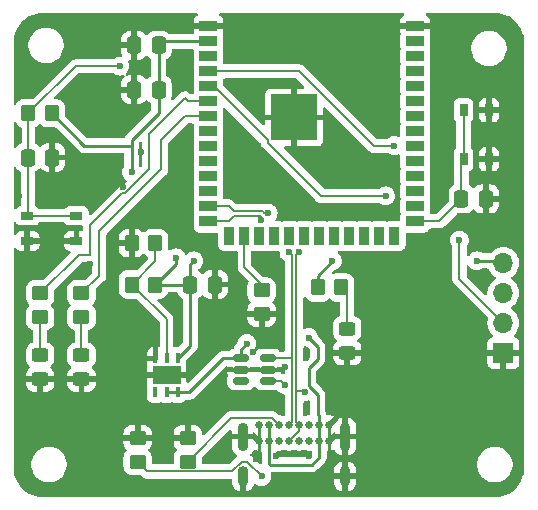
<source format=gtl>
G04 #@! TF.GenerationSoftware,KiCad,Pcbnew,8.0.5*
G04 #@! TF.CreationDate,2024-11-29T11:32:06+09:00*
G04 #@! TF.ProjectId,esp32_primary_board_v2,65737033-325f-4707-9269-6d6172795f62,rev?*
G04 #@! TF.SameCoordinates,Original*
G04 #@! TF.FileFunction,Copper,L1,Top*
G04 #@! TF.FilePolarity,Positive*
%FSLAX46Y46*%
G04 Gerber Fmt 4.6, Leading zero omitted, Abs format (unit mm)*
G04 Created by KiCad (PCBNEW 8.0.5) date 2024-11-29 11:32:06*
%MOMM*%
%LPD*%
G01*
G04 APERTURE LIST*
G04 Aperture macros list*
%AMRoundRect*
0 Rectangle with rounded corners*
0 $1 Rounding radius*
0 $2 $3 $4 $5 $6 $7 $8 $9 X,Y pos of 4 corners*
0 Add a 4 corners polygon primitive as box body*
4,1,4,$2,$3,$4,$5,$6,$7,$8,$9,$2,$3,0*
0 Add four circle primitives for the rounded corners*
1,1,$1+$1,$2,$3*
1,1,$1+$1,$4,$5*
1,1,$1+$1,$6,$7*
1,1,$1+$1,$8,$9*
0 Add four rect primitives between the rounded corners*
20,1,$1+$1,$2,$3,$4,$5,0*
20,1,$1+$1,$4,$5,$6,$7,0*
20,1,$1+$1,$6,$7,$8,$9,0*
20,1,$1+$1,$8,$9,$2,$3,0*%
G04 Aperture macros list end*
G04 #@! TA.AperFunction,SMDPad,CuDef*
%ADD10RoundRect,0.250000X0.450000X-0.350000X0.450000X0.350000X-0.450000X0.350000X-0.450000X-0.350000X0*%
G04 #@! TD*
G04 #@! TA.AperFunction,SMDPad,CuDef*
%ADD11RoundRect,0.250000X0.450000X-0.325000X0.450000X0.325000X-0.450000X0.325000X-0.450000X-0.325000X0*%
G04 #@! TD*
G04 #@! TA.AperFunction,SMDPad,CuDef*
%ADD12RoundRect,0.050000X-0.150000X0.380000X-0.150000X-0.380000X0.150000X-0.380000X0.150000X0.380000X0*%
G04 #@! TD*
G04 #@! TA.AperFunction,SMDPad,CuDef*
%ADD13R,2.370000X1.630000*%
G04 #@! TD*
G04 #@! TA.AperFunction,SMDPad,CuDef*
%ADD14RoundRect,0.250000X0.350000X0.450000X-0.350000X0.450000X-0.350000X-0.450000X0.350000X-0.450000X0*%
G04 #@! TD*
G04 #@! TA.AperFunction,SMDPad,CuDef*
%ADD15R,1.050000X0.650000*%
G04 #@! TD*
G04 #@! TA.AperFunction,SMDPad,CuDef*
%ADD16RoundRect,0.250000X-0.350000X-0.450000X0.350000X-0.450000X0.350000X0.450000X-0.350000X0.450000X0*%
G04 #@! TD*
G04 #@! TA.AperFunction,SMDPad,CuDef*
%ADD17RoundRect,0.250000X-0.337500X-0.475000X0.337500X-0.475000X0.337500X0.475000X-0.337500X0.475000X0*%
G04 #@! TD*
G04 #@! TA.AperFunction,ComponentPad*
%ADD18C,0.650000*%
G04 #@! TD*
G04 #@! TA.AperFunction,ComponentPad*
%ADD19O,0.900000X1.700000*%
G04 #@! TD*
G04 #@! TA.AperFunction,ComponentPad*
%ADD20O,0.900000X2.400000*%
G04 #@! TD*
G04 #@! TA.AperFunction,SMDPad,CuDef*
%ADD21R,0.650000X1.050000*%
G04 #@! TD*
G04 #@! TA.AperFunction,ComponentPad*
%ADD22R,1.700000X1.700000*%
G04 #@! TD*
G04 #@! TA.AperFunction,ComponentPad*
%ADD23O,1.700000X1.700000*%
G04 #@! TD*
G04 #@! TA.AperFunction,SMDPad,CuDef*
%ADD24R,1.500000X0.900000*%
G04 #@! TD*
G04 #@! TA.AperFunction,SMDPad,CuDef*
%ADD25R,0.900000X1.500000*%
G04 #@! TD*
G04 #@! TA.AperFunction,HeatsinkPad*
%ADD26C,0.600000*%
G04 #@! TD*
G04 #@! TA.AperFunction,SMDPad,CuDef*
%ADD27R,3.900000X3.900000*%
G04 #@! TD*
G04 #@! TA.AperFunction,SMDPad,CuDef*
%ADD28RoundRect,0.150000X0.512500X0.150000X-0.512500X0.150000X-0.512500X-0.150000X0.512500X-0.150000X0*%
G04 #@! TD*
G04 #@! TA.AperFunction,ViaPad*
%ADD29C,0.600000*%
G04 #@! TD*
G04 #@! TA.AperFunction,Conductor*
%ADD30C,0.250000*%
G04 #@! TD*
G04 #@! TA.AperFunction,Conductor*
%ADD31C,0.127000*%
G04 #@! TD*
G04 #@! TA.AperFunction,Conductor*
%ADD32C,0.200000*%
G04 #@! TD*
G04 #@! TA.AperFunction,Conductor*
%ADD33C,0.152400*%
G04 #@! TD*
G04 APERTURE END LIST*
D10*
X136500000Y-126000000D03*
X136500000Y-124000000D03*
X117750000Y-126250000D03*
X117750000Y-124250000D03*
D11*
X117750000Y-131525000D03*
X117750000Y-129475000D03*
X143750000Y-129275000D03*
X143750000Y-127225000D03*
D12*
X129400000Y-129750000D03*
X128450000Y-129750000D03*
X127500000Y-129750000D03*
X127500000Y-132620000D03*
X128450000Y-132620000D03*
X129400000Y-132620000D03*
D13*
X128450000Y-131185000D03*
D14*
X127500000Y-120000000D03*
X125500000Y-120000000D03*
D15*
X120825000Y-119825000D03*
X116675000Y-119825000D03*
X120825000Y-117675000D03*
X116675000Y-117675000D03*
D16*
X125500000Y-123500000D03*
X127500000Y-123500000D03*
D11*
X121250000Y-131525000D03*
X121250000Y-129475000D03*
D17*
X125712500Y-107000000D03*
X127787500Y-107000000D03*
X130462500Y-123500000D03*
X132537500Y-123500000D03*
D10*
X121250000Y-126250000D03*
X121250000Y-124250000D03*
D17*
X153425000Y-116250000D03*
X155500000Y-116250000D03*
D18*
X136275000Y-135390000D03*
X137125000Y-135390000D03*
X137975000Y-135390000D03*
X138825000Y-135390000D03*
X139675000Y-135390000D03*
X140525000Y-135390000D03*
X141375000Y-135390000D03*
X142225000Y-135390000D03*
X142225000Y-136740000D03*
X141375000Y-136740000D03*
X140525000Y-136740000D03*
X139675000Y-136740000D03*
X138825000Y-136740000D03*
X137975000Y-136740000D03*
X137125000Y-136740000D03*
X136275000Y-136740000D03*
D19*
X134925000Y-139750000D03*
X143575000Y-139750000D03*
D20*
X134925000Y-136370000D03*
X143575000Y-136370000D03*
D17*
X116712500Y-112750000D03*
X118787500Y-112750000D03*
X125712500Y-103250000D03*
X127787500Y-103250000D03*
D21*
X155750000Y-108750000D03*
X155750000Y-112900000D03*
X153600000Y-108750000D03*
X153600000Y-112900000D03*
D14*
X143250000Y-123750000D03*
X141250000Y-123750000D03*
D22*
X156975000Y-129300000D03*
D23*
X156975000Y-126760000D03*
X156975000Y-124220000D03*
X156975000Y-121680000D03*
D24*
X132000000Y-101640000D03*
X132000000Y-102910000D03*
X132000000Y-104180000D03*
X132000000Y-105450000D03*
X132000000Y-106720000D03*
X132000000Y-107990000D03*
X132000000Y-109260000D03*
X132000000Y-110530000D03*
X132000000Y-111800000D03*
X132000000Y-113070000D03*
X132000000Y-114340000D03*
X132000000Y-115610000D03*
X132000000Y-116880000D03*
X132000000Y-118150000D03*
D25*
X133765000Y-119400000D03*
X135035000Y-119400000D03*
X136305000Y-119400000D03*
X137575000Y-119400000D03*
X138845000Y-119400000D03*
X140115000Y-119400000D03*
X141385000Y-119400000D03*
X142655000Y-119400000D03*
X143925000Y-119400000D03*
X145195000Y-119400000D03*
X146465000Y-119400000D03*
X147735000Y-119400000D03*
D24*
X149500000Y-118150000D03*
X149500000Y-116880000D03*
X149500000Y-115610000D03*
X149500000Y-114340000D03*
X149500000Y-113070000D03*
X149500000Y-111800000D03*
X149500000Y-110530000D03*
X149500000Y-109260000D03*
X149500000Y-107990000D03*
X149500000Y-106720000D03*
X149500000Y-105450000D03*
X149500000Y-104180000D03*
X149500000Y-102910000D03*
X149500000Y-101640000D03*
D26*
X137850000Y-108660000D03*
X137850000Y-110060000D03*
X138550000Y-107960000D03*
X138550000Y-109360000D03*
X138550000Y-110760000D03*
X139250000Y-108660000D03*
D27*
X139250000Y-109360000D03*
D26*
X139250000Y-110060000D03*
X139950000Y-107960000D03*
X139950000Y-109360000D03*
X139950000Y-110760000D03*
X140650000Y-108660000D03*
X140650000Y-110060000D03*
D28*
X137025000Y-131650000D03*
X137025000Y-130700000D03*
X137025000Y-129750000D03*
X134750000Y-129750000D03*
X134750000Y-130700000D03*
X134750000Y-131650000D03*
D10*
X130250000Y-138500000D03*
X130250000Y-136500000D03*
X126000000Y-138500000D03*
X126000000Y-136500000D03*
D14*
X118750000Y-109000000D03*
X116750000Y-109000000D03*
D29*
X154500000Y-123000000D03*
X137750000Y-138000000D03*
X138500000Y-130500000D03*
X151750000Y-102000000D03*
X147750000Y-140500000D03*
X149750000Y-123250000D03*
X126250000Y-112250000D03*
X116250000Y-135000000D03*
X133500000Y-132500000D03*
X122000000Y-121750000D03*
X135000000Y-114000000D03*
X124000000Y-130750000D03*
X124750000Y-115250000D03*
X144000000Y-102750000D03*
X158000000Y-107000000D03*
X144250000Y-108750000D03*
X129250000Y-114500000D03*
X123000000Y-108250000D03*
X142250000Y-138500000D03*
X145500000Y-105500000D03*
X120000000Y-134250000D03*
X129000000Y-125250000D03*
X133250000Y-137750000D03*
X140500000Y-138000000D03*
X136000000Y-111800000D03*
X146250000Y-112750000D03*
X140250000Y-129750000D03*
X135750000Y-129250000D03*
X140250000Y-133750000D03*
X139000000Y-103000000D03*
X122750000Y-102250000D03*
X133250000Y-125500000D03*
X154750000Y-134250000D03*
X144000000Y-106250000D03*
X116000000Y-110750000D03*
X136000000Y-138250000D03*
X130500000Y-106000000D03*
X154500000Y-119500000D03*
X122000000Y-114500000D03*
X136250000Y-102500000D03*
X116000000Y-116000000D03*
X132000000Y-104180000D03*
X124500000Y-105000000D03*
X129250000Y-121250000D03*
X130750000Y-121500000D03*
X154750000Y-121500000D03*
X142500000Y-121500000D03*
X125500000Y-114000000D03*
X140500000Y-128000000D03*
X135250000Y-128500000D03*
X140183677Y-132566323D03*
X138500000Y-132000000D03*
X137051935Y-117448065D03*
X139677000Y-120780647D03*
X138823000Y-120780647D03*
X136448065Y-118051935D03*
X147000000Y-116000000D03*
X153250000Y-119750000D03*
X147750000Y-111750000D03*
X136500000Y-139750000D03*
D30*
X142225000Y-138475000D02*
X142250000Y-138500000D01*
X136275000Y-136740000D02*
X136275000Y-137975000D01*
X142225000Y-136740000D02*
X142225000Y-135390000D01*
X142225000Y-136740000D02*
X142225000Y-138475000D01*
X136275000Y-135390000D02*
X136275000Y-136740000D01*
X136275000Y-137975000D02*
X136000000Y-138250000D01*
D31*
X116712500Y-117637500D02*
X116675000Y-117675000D01*
X120750000Y-105000000D02*
X116750000Y-109000000D01*
X116712500Y-112750000D02*
X116712500Y-117637500D01*
X116675000Y-117675000D02*
X120825000Y-117675000D01*
X116750000Y-109000000D02*
X116750000Y-112712500D01*
X124500000Y-105000000D02*
X120750000Y-105000000D01*
X116750000Y-112712500D02*
X116712500Y-112750000D01*
D30*
X130462500Y-123500000D02*
X127500000Y-123500000D01*
X121500000Y-111750000D02*
X118750000Y-109000000D01*
X129400000Y-129750000D02*
X130462500Y-128687500D01*
X141250000Y-123750000D02*
X141250000Y-122750000D01*
X154750000Y-121500000D02*
X156795000Y-121500000D01*
X130462500Y-128687500D02*
X130462500Y-123500000D01*
X127500000Y-123500000D02*
X129250000Y-121750000D01*
X132000000Y-102910000D02*
X128127500Y-102910000D01*
X125500000Y-111750000D02*
X125500000Y-111250000D01*
X125500000Y-111750000D02*
X121500000Y-111750000D01*
X130462500Y-123500000D02*
X130462500Y-121787500D01*
X128127500Y-102910000D02*
X127787500Y-103250000D01*
X129250000Y-121750000D02*
X129250000Y-121250000D01*
X127787500Y-108962500D02*
X127787500Y-107000000D01*
X125500000Y-111250000D02*
X127787500Y-108962500D01*
X141250000Y-122750000D02*
X142500000Y-121500000D01*
X125500000Y-114000000D02*
X125500000Y-111750000D01*
X130462500Y-121787500D02*
X130750000Y-121500000D01*
X127787500Y-107000000D02*
X127787500Y-103250000D01*
X156795000Y-121500000D02*
X156975000Y-121680000D01*
X140500000Y-132102000D02*
X140500000Y-130571000D01*
X137125000Y-136740000D02*
X137125000Y-138625000D01*
X137125000Y-138625000D02*
X137250000Y-138750000D01*
X133250000Y-129750000D02*
X130380000Y-132620000D01*
X134750000Y-129750000D02*
X134750000Y-129000000D01*
X134750000Y-129000000D02*
X135250000Y-128500000D01*
X141250000Y-129821000D02*
X141250000Y-128750000D01*
X137250000Y-138750000D02*
X140750000Y-138750000D01*
X141375000Y-138125000D02*
X141375000Y-136740000D01*
X140500000Y-130571000D02*
X141250000Y-129821000D01*
X141375000Y-135390000D02*
X141375000Y-134625000D01*
X135362500Y-128612500D02*
X135250000Y-128500000D01*
X141250000Y-132852000D02*
X140500000Y-132102000D01*
X141250000Y-134500000D02*
X141250000Y-132852000D01*
X140750000Y-138750000D02*
X141375000Y-138125000D01*
X129400000Y-132620000D02*
X128450000Y-132620000D01*
X141375000Y-134625000D02*
X141250000Y-134500000D01*
X130380000Y-132620000D02*
X129400000Y-132620000D01*
X141250000Y-128750000D02*
X140500000Y-128000000D01*
X137125000Y-135390000D02*
X137125000Y-136740000D01*
X134750000Y-129750000D02*
X133250000Y-129750000D01*
X141375000Y-136740000D02*
X141375000Y-135390000D01*
D32*
X153425000Y-113325000D02*
X153425000Y-116250000D01*
X153600000Y-108750000D02*
X153600000Y-112900000D01*
X153425000Y-116250000D02*
X151525000Y-118150000D01*
X151525000Y-118150000D02*
X149500000Y-118150000D01*
X153600000Y-113150000D02*
X153425000Y-113325000D01*
X153600000Y-112900000D02*
X153600000Y-113150000D01*
D33*
X140183677Y-132566323D02*
X140117354Y-132500000D01*
X139675000Y-135890000D02*
X138825000Y-136740000D01*
X137051935Y-117448065D02*
X136735434Y-117448065D01*
X139453200Y-132500000D02*
X139453200Y-132000000D01*
X136589169Y-117301800D02*
X134156801Y-117301800D01*
X134156801Y-117301800D02*
X133725001Y-116870000D01*
X140117354Y-132500000D02*
X139453200Y-132500000D01*
X139453200Y-132000000D02*
X139453200Y-127250000D01*
X139453200Y-135168200D02*
X139453200Y-132500000D01*
X139453201Y-127249999D02*
X139453201Y-121004446D01*
X133725001Y-116870000D02*
X132600000Y-116870000D01*
X139675000Y-135390000D02*
X139453200Y-135168200D01*
X139453200Y-127250000D02*
X139453201Y-127249999D01*
X139675000Y-135390000D02*
X139675000Y-135890000D01*
X138150000Y-131650000D02*
X138500000Y-132000000D01*
X136735434Y-117448065D02*
X136589169Y-117301800D01*
X139453201Y-121004446D02*
X139677000Y-120780647D01*
X137025000Y-131650000D02*
X138150000Y-131650000D01*
X139046800Y-129500000D02*
X139046800Y-127250000D01*
X136420831Y-117708200D02*
X134156801Y-117708200D01*
X139046800Y-129750000D02*
X139046800Y-129500000D01*
X137025000Y-129750000D02*
X139046800Y-129750000D01*
X134156801Y-117708200D02*
X133725001Y-118140000D01*
X139046800Y-130000000D02*
X139046800Y-129750000D01*
X139046800Y-127250000D02*
X139046799Y-127249999D01*
X138825000Y-135390000D02*
X139046800Y-135168200D01*
X139046799Y-121004446D02*
X138823000Y-120780647D01*
X139046799Y-127249999D02*
X139046799Y-121004446D01*
X136448065Y-117735434D02*
X136420831Y-117708200D01*
X139046800Y-135168200D02*
X139046800Y-130000000D01*
X136448065Y-118051935D02*
X136448065Y-117735434D01*
X133725001Y-118140000D02*
X132600000Y-118140000D01*
D31*
X128450000Y-126450000D02*
X125500000Y-123500000D01*
X127500000Y-120000000D02*
X127500000Y-121500000D01*
X128450000Y-129750000D02*
X128450000Y-126450000D01*
X127500000Y-121500000D02*
X125500000Y-123500000D01*
D32*
X137027000Y-111491000D02*
X141536000Y-116000000D01*
X141536000Y-116000000D02*
X147000000Y-116000000D01*
X132470000Y-106720000D02*
X137027000Y-111277000D01*
X153250000Y-123035000D02*
X156975000Y-126760000D01*
X137027000Y-111277000D02*
X137027000Y-111491000D01*
X132000000Y-106720000D02*
X132470000Y-106720000D01*
X153250000Y-119750000D02*
X153250000Y-123035000D01*
X132000000Y-105450000D02*
X139694000Y-105450000D01*
X145994000Y-111750000D02*
X147750000Y-111750000D01*
X139694000Y-105450000D02*
X145994000Y-111750000D01*
D31*
X117750000Y-126250000D02*
X117750000Y-129475000D01*
X121250000Y-126250000D02*
X121250000Y-129475000D01*
D32*
X122000000Y-121000000D02*
X122000000Y-118500000D01*
X117750000Y-124250000D02*
X121000000Y-121000000D01*
X127000000Y-110750000D02*
X130000000Y-107750000D01*
X121000000Y-121000000D02*
X122000000Y-121000000D01*
X122000000Y-118500000D02*
X124723000Y-115777000D01*
X124968291Y-115777000D02*
X127000000Y-113745291D01*
X130240000Y-107990000D02*
X132000000Y-107990000D01*
X127000000Y-113745291D02*
X127000000Y-110750000D01*
X130000000Y-107750000D02*
X130240000Y-107990000D01*
X124723000Y-115777000D02*
X124968291Y-115777000D01*
X122750000Y-119000000D02*
X128000000Y-113750000D01*
X122750000Y-122750000D02*
X122750000Y-119000000D01*
X128000000Y-111250000D02*
X129990000Y-109260000D01*
X128000000Y-113750000D02*
X128000000Y-111250000D01*
X121250000Y-124250000D02*
X122750000Y-122750000D01*
X129990000Y-109260000D02*
X132000000Y-109260000D01*
X143750000Y-127225000D02*
X143750000Y-124250000D01*
X143750000Y-124250000D02*
X143250000Y-123750000D01*
X134817577Y-138500000D02*
X135250000Y-138500000D01*
X126000000Y-138500000D02*
X126827000Y-139327000D01*
X133990577Y-139327000D02*
X134817577Y-138500000D01*
X126827000Y-139327000D02*
X133990577Y-139327000D01*
X135250000Y-138500000D02*
X136500000Y-139750000D01*
X137423000Y-134838000D02*
X137975000Y-135390000D01*
X130250000Y-138500000D02*
X133912000Y-134838000D01*
X133912000Y-134838000D02*
X137423000Y-134838000D01*
D31*
X136500000Y-124000000D02*
X136500000Y-123500000D01*
X135035000Y-122035000D02*
X135035000Y-119400000D01*
X136500000Y-123500000D02*
X135035000Y-122035000D01*
G04 #@! TA.AperFunction,Conductor*
G36*
X129361738Y-124145185D02*
G01*
X129407493Y-124197989D01*
X129412403Y-124210492D01*
X129440186Y-124294334D01*
X129532288Y-124443656D01*
X129656344Y-124567712D01*
X129778097Y-124642809D01*
X129824821Y-124694755D01*
X129837000Y-124748347D01*
X129837000Y-128377048D01*
X129817315Y-128444087D01*
X129800681Y-128464729D01*
X129482229Y-128783181D01*
X129420906Y-128816666D01*
X129394548Y-128819500D01*
X129206898Y-128819500D01*
X129181542Y-128822544D01*
X129152782Y-128825998D01*
X129083874Y-128814445D01*
X129032151Y-128767472D01*
X129014000Y-128702882D01*
X129014000Y-126375750D01*
X129014000Y-126375748D01*
X128975565Y-126232304D01*
X128901313Y-126103696D01*
X128796304Y-125998687D01*
X128796303Y-125998686D01*
X128791973Y-125994356D01*
X128791962Y-125994346D01*
X127709796Y-124912180D01*
X127676311Y-124850857D01*
X127681295Y-124781165D01*
X127723167Y-124725232D01*
X127788631Y-124700815D01*
X127797477Y-124700499D01*
X127900002Y-124700499D01*
X127900008Y-124700499D01*
X128002797Y-124689999D01*
X128169334Y-124634814D01*
X128318656Y-124542712D01*
X128442712Y-124418656D01*
X128534814Y-124269334D01*
X128554311Y-124210493D01*
X128594084Y-124153051D01*
X128658600Y-124126228D01*
X128672017Y-124125500D01*
X129294699Y-124125500D01*
X129361738Y-124145185D01*
G37*
G04 #@! TD.AperFunction*
G04 #@! TA.AperFunction,Conductor*
G36*
X154055703Y-121909763D02*
G01*
X154079493Y-121937503D01*
X154120184Y-122002262D01*
X154247738Y-122129816D01*
X154313888Y-122171381D01*
X154352572Y-122195688D01*
X154400478Y-122225789D01*
X154510076Y-122264139D01*
X154570745Y-122285368D01*
X154570750Y-122285369D01*
X154749996Y-122305565D01*
X154750000Y-122305565D01*
X154750004Y-122305565D01*
X154929249Y-122285369D01*
X154929252Y-122285368D01*
X154929255Y-122285368D01*
X155099522Y-122225789D01*
X155228883Y-122144505D01*
X155294855Y-122125500D01*
X155613631Y-122125500D01*
X155680670Y-122145185D01*
X155726012Y-122197094D01*
X155762341Y-122275000D01*
X155800965Y-122357830D01*
X155800967Y-122357834D01*
X155936501Y-122551395D01*
X155936506Y-122551402D01*
X156103597Y-122718493D01*
X156103603Y-122718498D01*
X156289158Y-122848425D01*
X156332783Y-122903002D01*
X156339977Y-122972500D01*
X156308454Y-123034855D01*
X156289158Y-123051575D01*
X156103597Y-123181505D01*
X155936505Y-123348597D01*
X155800965Y-123542169D01*
X155800964Y-123542171D01*
X155701098Y-123756335D01*
X155701094Y-123756344D01*
X155639938Y-123984586D01*
X155639936Y-123984596D01*
X155619341Y-124219999D01*
X155619341Y-124220000D01*
X155621777Y-124247843D01*
X155608011Y-124316343D01*
X155559396Y-124366526D01*
X155491367Y-124382460D01*
X155425523Y-124359085D01*
X155410568Y-124346332D01*
X153886819Y-122822583D01*
X153853334Y-122761260D01*
X153850500Y-122734902D01*
X153850500Y-122003476D01*
X153870185Y-121936437D01*
X153922989Y-121890682D01*
X153992147Y-121880738D01*
X154055703Y-121909763D01*
G37*
G04 #@! TD.AperFunction*
G04 #@! TA.AperFunction,Conductor*
G36*
X131047609Y-100520185D02*
G01*
X131093364Y-100572989D01*
X131103308Y-100642147D01*
X131074283Y-100705703D01*
X131023903Y-100740682D01*
X131007913Y-100746645D01*
X131007906Y-100746649D01*
X130892812Y-100832809D01*
X130892809Y-100832812D01*
X130806649Y-100947906D01*
X130806645Y-100947913D01*
X130756403Y-101082620D01*
X130756401Y-101082627D01*
X130750000Y-101142155D01*
X130750000Y-101390000D01*
X133250000Y-101390000D01*
X133250000Y-101142172D01*
X133249999Y-101142155D01*
X133243598Y-101082627D01*
X133243596Y-101082620D01*
X133193354Y-100947913D01*
X133193350Y-100947906D01*
X133107190Y-100832812D01*
X133107187Y-100832809D01*
X132992093Y-100746649D01*
X132992086Y-100746645D01*
X132976097Y-100740682D01*
X132920163Y-100698811D01*
X132895746Y-100633347D01*
X132910597Y-100565074D01*
X132960002Y-100515668D01*
X133019430Y-100500500D01*
X148480570Y-100500500D01*
X148547609Y-100520185D01*
X148593364Y-100572989D01*
X148603308Y-100642147D01*
X148574283Y-100705703D01*
X148523903Y-100740682D01*
X148507913Y-100746645D01*
X148507906Y-100746649D01*
X148392812Y-100832809D01*
X148392809Y-100832812D01*
X148306649Y-100947906D01*
X148306645Y-100947913D01*
X148256403Y-101082620D01*
X148256401Y-101082627D01*
X148250000Y-101142155D01*
X148250000Y-101390000D01*
X150750000Y-101390000D01*
X150750000Y-101142172D01*
X150749999Y-101142155D01*
X150743598Y-101082627D01*
X150743596Y-101082620D01*
X150693354Y-100947913D01*
X150693350Y-100947906D01*
X150607190Y-100832812D01*
X150607187Y-100832809D01*
X150492093Y-100746649D01*
X150492086Y-100746645D01*
X150476097Y-100740682D01*
X150420163Y-100698811D01*
X150395746Y-100633347D01*
X150410597Y-100565074D01*
X150460002Y-100515668D01*
X150519430Y-100500500D01*
X156184108Y-100500500D01*
X156246249Y-100500500D01*
X156253736Y-100500726D01*
X156543796Y-100518271D01*
X156558657Y-100520075D01*
X156840798Y-100571780D01*
X156855335Y-100575363D01*
X157129172Y-100660695D01*
X157143163Y-100666000D01*
X157404743Y-100783727D01*
X157417989Y-100790680D01*
X157663465Y-100939075D01*
X157675776Y-100947573D01*
X157901573Y-101124473D01*
X157912781Y-101134403D01*
X158115596Y-101337218D01*
X158125526Y-101348426D01*
X158245481Y-101501538D01*
X158302422Y-101574217D01*
X158310928Y-101586540D01*
X158459316Y-101832004D01*
X158466275Y-101845263D01*
X158583997Y-102106831D01*
X158589306Y-102120832D01*
X158674635Y-102394663D01*
X158678219Y-102409201D01*
X158729923Y-102691340D01*
X158731728Y-102706205D01*
X158749274Y-102996263D01*
X158749500Y-103003750D01*
X158749500Y-138996249D01*
X158749274Y-139003736D01*
X158731728Y-139293794D01*
X158729923Y-139308659D01*
X158678219Y-139590798D01*
X158674635Y-139605336D01*
X158589306Y-139879167D01*
X158583997Y-139893168D01*
X158466275Y-140154736D01*
X158459316Y-140167995D01*
X158310928Y-140413459D01*
X158302422Y-140425782D01*
X158125526Y-140651573D01*
X158115596Y-140662781D01*
X157912781Y-140865596D01*
X157901573Y-140875526D01*
X157675782Y-141052422D01*
X157663459Y-141060928D01*
X157417995Y-141209316D01*
X157404736Y-141216275D01*
X157143168Y-141333997D01*
X157129167Y-141339306D01*
X156855336Y-141424635D01*
X156840798Y-141428219D01*
X156558659Y-141479923D01*
X156543794Y-141481728D01*
X156253736Y-141499274D01*
X156246249Y-141499500D01*
X118003751Y-141499500D01*
X117996264Y-141499274D01*
X117706205Y-141481728D01*
X117691340Y-141479923D01*
X117409201Y-141428219D01*
X117394663Y-141424635D01*
X117120832Y-141339306D01*
X117106831Y-141333997D01*
X116845263Y-141216275D01*
X116832004Y-141209316D01*
X116590780Y-141063491D01*
X116586537Y-141060926D01*
X116574217Y-141052422D01*
X116496943Y-140991882D01*
X116348426Y-140875526D01*
X116337218Y-140865596D01*
X116134403Y-140662781D01*
X116124473Y-140651573D01*
X116033432Y-140535368D01*
X115947573Y-140425776D01*
X115939075Y-140413465D01*
X115790680Y-140167989D01*
X115783727Y-140154743D01*
X115666000Y-139893163D01*
X115660693Y-139879167D01*
X115638366Y-139807518D01*
X115575363Y-139605335D01*
X115571780Y-139590798D01*
X115544642Y-139442710D01*
X115520075Y-139308657D01*
X115518271Y-139293794D01*
X115510742Y-139169331D01*
X115500726Y-139003736D01*
X115500500Y-138996249D01*
X115500500Y-138631902D01*
X116999500Y-138631902D01*
X116999500Y-138868097D01*
X117036446Y-139101368D01*
X117109433Y-139325996D01*
X117183152Y-139470676D01*
X117216657Y-139536433D01*
X117355483Y-139727510D01*
X117522490Y-139894517D01*
X117713567Y-140033343D01*
X117812991Y-140084002D01*
X117924003Y-140140566D01*
X117924005Y-140140566D01*
X117924008Y-140140568D01*
X118044412Y-140179689D01*
X118148631Y-140213553D01*
X118381903Y-140250500D01*
X118381908Y-140250500D01*
X118618097Y-140250500D01*
X118851368Y-140213553D01*
X119075992Y-140140568D01*
X119286433Y-140033343D01*
X119477510Y-139894517D01*
X119644517Y-139727510D01*
X119783343Y-139536433D01*
X119890568Y-139325992D01*
X119963553Y-139101368D01*
X119971689Y-139050000D01*
X120000500Y-138868097D01*
X120000500Y-138631902D01*
X119963553Y-138398631D01*
X119921177Y-138268213D01*
X119890568Y-138174008D01*
X119890566Y-138174005D01*
X119890566Y-138174003D01*
X119818970Y-138033489D01*
X119783343Y-137963567D01*
X119644517Y-137772490D01*
X119477510Y-137605483D01*
X119286433Y-137466657D01*
X119266130Y-137456312D01*
X119075996Y-137359433D01*
X118851368Y-137286446D01*
X118618097Y-137249500D01*
X118618092Y-137249500D01*
X118381908Y-137249500D01*
X118381903Y-137249500D01*
X118148631Y-137286446D01*
X117924003Y-137359433D01*
X117713566Y-137466657D01*
X117617818Y-137536223D01*
X117522490Y-137605483D01*
X117522488Y-137605485D01*
X117522487Y-137605485D01*
X117355485Y-137772487D01*
X117355485Y-137772488D01*
X117355483Y-137772490D01*
X117325457Y-137813817D01*
X117216657Y-137963566D01*
X117109433Y-138174003D01*
X117036446Y-138398631D01*
X116999500Y-138631902D01*
X115500500Y-138631902D01*
X115500500Y-136100013D01*
X124800000Y-136100013D01*
X124800000Y-136250000D01*
X125750000Y-136250000D01*
X126250000Y-136250000D01*
X127199999Y-136250000D01*
X127199999Y-136100028D01*
X127199998Y-136100013D01*
X129050000Y-136100013D01*
X129050000Y-136250000D01*
X130000000Y-136250000D01*
X130000000Y-135400000D01*
X129750029Y-135400000D01*
X129750012Y-135400001D01*
X129647302Y-135410494D01*
X129480880Y-135465641D01*
X129480875Y-135465643D01*
X129331654Y-135557684D01*
X129207684Y-135681654D01*
X129115643Y-135830875D01*
X129115641Y-135830880D01*
X129060494Y-135997302D01*
X129060493Y-135997309D01*
X129050000Y-136100013D01*
X127199998Y-136100013D01*
X127189505Y-135997302D01*
X127134358Y-135830880D01*
X127134356Y-135830875D01*
X127042315Y-135681654D01*
X126918345Y-135557684D01*
X126769124Y-135465643D01*
X126769119Y-135465641D01*
X126602697Y-135410494D01*
X126602690Y-135410493D01*
X126499986Y-135400000D01*
X126250000Y-135400000D01*
X126250000Y-136250000D01*
X125750000Y-136250000D01*
X125750000Y-135400000D01*
X125500029Y-135400000D01*
X125500012Y-135400001D01*
X125397302Y-135410494D01*
X125230880Y-135465641D01*
X125230875Y-135465643D01*
X125081654Y-135557684D01*
X124957684Y-135681654D01*
X124865643Y-135830875D01*
X124865641Y-135830880D01*
X124810494Y-135997302D01*
X124810493Y-135997309D01*
X124800000Y-136100013D01*
X115500500Y-136100013D01*
X115500500Y-131899986D01*
X116550001Y-131899986D01*
X116560494Y-132002697D01*
X116615641Y-132169119D01*
X116615643Y-132169124D01*
X116707684Y-132318345D01*
X116831654Y-132442315D01*
X116980875Y-132534356D01*
X116980880Y-132534358D01*
X117147302Y-132589505D01*
X117147309Y-132589506D01*
X117250019Y-132599999D01*
X117499999Y-132599999D01*
X118000000Y-132599999D01*
X118249972Y-132599999D01*
X118249986Y-132599998D01*
X118352697Y-132589505D01*
X118519119Y-132534358D01*
X118519124Y-132534356D01*
X118668345Y-132442315D01*
X118792315Y-132318345D01*
X118884356Y-132169124D01*
X118884358Y-132169119D01*
X118939505Y-132002697D01*
X118939506Y-132002690D01*
X118949999Y-131899986D01*
X120050001Y-131899986D01*
X120060494Y-132002697D01*
X120115641Y-132169119D01*
X120115643Y-132169124D01*
X120207684Y-132318345D01*
X120331654Y-132442315D01*
X120480875Y-132534356D01*
X120480880Y-132534358D01*
X120647302Y-132589505D01*
X120647309Y-132589506D01*
X120750019Y-132599999D01*
X120999999Y-132599999D01*
X121500000Y-132599999D01*
X121749972Y-132599999D01*
X121749986Y-132599998D01*
X121852697Y-132589505D01*
X122019119Y-132534358D01*
X122019124Y-132534356D01*
X122168345Y-132442315D01*
X122292315Y-132318345D01*
X122384356Y-132169124D01*
X122384358Y-132169119D01*
X122439505Y-132002697D01*
X122439506Y-132002690D01*
X122449999Y-131899986D01*
X122450000Y-131899973D01*
X122450000Y-131775000D01*
X121500000Y-131775000D01*
X121500000Y-132599999D01*
X120999999Y-132599999D01*
X121000000Y-132599998D01*
X121000000Y-131775000D01*
X120050001Y-131775000D01*
X120050001Y-131899986D01*
X118949999Y-131899986D01*
X118950000Y-131899973D01*
X118950000Y-131775000D01*
X118000000Y-131775000D01*
X118000000Y-132599999D01*
X117499999Y-132599999D01*
X117500000Y-132599998D01*
X117500000Y-131775000D01*
X116550001Y-131775000D01*
X116550001Y-131899986D01*
X115500500Y-131899986D01*
X115500500Y-120489269D01*
X115520185Y-120422230D01*
X115572989Y-120376475D01*
X115642147Y-120366531D01*
X115705703Y-120395556D01*
X115723766Y-120414958D01*
X115792809Y-120507187D01*
X115792812Y-120507190D01*
X115907906Y-120593350D01*
X115907913Y-120593354D01*
X116042620Y-120643596D01*
X116042627Y-120643598D01*
X116102155Y-120649999D01*
X116102172Y-120650000D01*
X116425000Y-120650000D01*
X116925000Y-120650000D01*
X117247828Y-120650000D01*
X117247844Y-120649999D01*
X117307372Y-120643598D01*
X117307379Y-120643596D01*
X117442086Y-120593354D01*
X117442093Y-120593350D01*
X117557187Y-120507190D01*
X117557190Y-120507187D01*
X117643350Y-120392093D01*
X117643354Y-120392086D01*
X117693596Y-120257379D01*
X117693598Y-120257372D01*
X117699999Y-120197844D01*
X117700000Y-120197827D01*
X117700000Y-120075000D01*
X116925000Y-120075000D01*
X116925000Y-120650000D01*
X116425000Y-120650000D01*
X116425000Y-119575000D01*
X116925000Y-119575000D01*
X117700000Y-119575000D01*
X117700000Y-119452172D01*
X117699999Y-119452155D01*
X119800000Y-119452155D01*
X119800000Y-119575000D01*
X120575000Y-119575000D01*
X120575000Y-119000000D01*
X120252155Y-119000000D01*
X120192627Y-119006401D01*
X120192620Y-119006403D01*
X120057913Y-119056645D01*
X120057906Y-119056649D01*
X119942812Y-119142809D01*
X119942809Y-119142812D01*
X119856649Y-119257906D01*
X119856645Y-119257913D01*
X119806403Y-119392620D01*
X119806401Y-119392627D01*
X119800000Y-119452155D01*
X117699999Y-119452155D01*
X117693598Y-119392627D01*
X117693596Y-119392620D01*
X117643354Y-119257913D01*
X117643350Y-119257906D01*
X117557190Y-119142812D01*
X117557187Y-119142809D01*
X117442093Y-119056649D01*
X117442086Y-119056645D01*
X117307379Y-119006403D01*
X117307372Y-119006401D01*
X117247844Y-119000000D01*
X116925000Y-119000000D01*
X116925000Y-119575000D01*
X116425000Y-119575000D01*
X116425000Y-119000000D01*
X116102155Y-119000000D01*
X116042627Y-119006401D01*
X116042620Y-119006403D01*
X115907913Y-119056645D01*
X115907906Y-119056649D01*
X115792812Y-119142809D01*
X115723766Y-119235042D01*
X115667832Y-119276912D01*
X115598140Y-119281896D01*
X115536817Y-119248410D01*
X115503333Y-119187086D01*
X115500500Y-119160730D01*
X115500500Y-118340102D01*
X115520185Y-118273063D01*
X115572989Y-118227308D01*
X115642147Y-118217364D01*
X115705703Y-118246389D01*
X115723762Y-118265786D01*
X115792454Y-118357546D01*
X115838643Y-118392123D01*
X115907664Y-118443793D01*
X115907671Y-118443797D01*
X116042517Y-118494091D01*
X116042516Y-118494091D01*
X116049444Y-118494835D01*
X116102127Y-118500500D01*
X117247872Y-118500499D01*
X117307483Y-118494091D01*
X117442331Y-118443796D01*
X117557546Y-118357546D01*
X117580501Y-118326882D01*
X117609093Y-118288689D01*
X117665026Y-118246818D01*
X117708359Y-118239000D01*
X119791641Y-118239000D01*
X119858680Y-118258685D01*
X119890907Y-118288689D01*
X119942452Y-118357544D01*
X119942455Y-118357547D01*
X120057664Y-118443793D01*
X120057671Y-118443797D01*
X120192517Y-118494091D01*
X120192516Y-118494091D01*
X120199444Y-118494835D01*
X120252127Y-118500500D01*
X121275500Y-118500499D01*
X121342539Y-118520183D01*
X121388294Y-118572987D01*
X121399500Y-118624499D01*
X121399500Y-118876000D01*
X121379815Y-118943039D01*
X121327011Y-118988794D01*
X121275500Y-119000000D01*
X121075000Y-119000000D01*
X121075000Y-119951000D01*
X121055315Y-120018039D01*
X121002511Y-120063794D01*
X120951000Y-120075000D01*
X119800000Y-120075000D01*
X119800000Y-120197844D01*
X119806401Y-120257372D01*
X119806403Y-120257379D01*
X119856645Y-120392086D01*
X119856649Y-120392093D01*
X119942809Y-120507187D01*
X119942812Y-120507190D01*
X120057906Y-120593350D01*
X120057913Y-120593354D01*
X120192620Y-120643596D01*
X120192619Y-120643596D01*
X120218939Y-120646426D01*
X120283490Y-120673164D01*
X120323339Y-120730556D01*
X120325834Y-120800381D01*
X120293366Y-120857397D01*
X118037582Y-123113181D01*
X117976259Y-123146666D01*
X117949901Y-123149500D01*
X117249998Y-123149500D01*
X117249980Y-123149501D01*
X117147203Y-123160000D01*
X117147200Y-123160001D01*
X116980668Y-123215185D01*
X116980663Y-123215187D01*
X116831342Y-123307289D01*
X116707289Y-123431342D01*
X116615187Y-123580663D01*
X116615186Y-123580666D01*
X116560001Y-123747203D01*
X116560001Y-123747204D01*
X116560000Y-123747204D01*
X116549500Y-123849983D01*
X116549500Y-124650001D01*
X116549501Y-124650019D01*
X116560000Y-124752796D01*
X116560001Y-124752799D01*
X116615185Y-124919331D01*
X116615187Y-124919336D01*
X116707289Y-125068657D01*
X116800951Y-125162319D01*
X116834436Y-125223642D01*
X116829452Y-125293334D01*
X116800951Y-125337681D01*
X116707289Y-125431342D01*
X116615187Y-125580663D01*
X116615186Y-125580666D01*
X116560001Y-125747203D01*
X116560001Y-125747204D01*
X116560000Y-125747204D01*
X116549500Y-125849983D01*
X116549500Y-126650001D01*
X116549501Y-126650019D01*
X116560000Y-126752796D01*
X116560001Y-126752799D01*
X116581721Y-126818345D01*
X116615186Y-126919334D01*
X116707288Y-127068656D01*
X116831344Y-127192712D01*
X116980666Y-127284814D01*
X117101004Y-127324690D01*
X117158449Y-127364463D01*
X117185272Y-127428979D01*
X117186000Y-127442396D01*
X117186000Y-128307604D01*
X117166315Y-128374643D01*
X117113511Y-128420398D01*
X117101006Y-128425309D01*
X117080093Y-128432239D01*
X116980668Y-128465185D01*
X116980663Y-128465187D01*
X116831342Y-128557289D01*
X116707289Y-128681342D01*
X116615187Y-128830663D01*
X116615185Y-128830668D01*
X116608937Y-128849524D01*
X116560001Y-128997203D01*
X116560001Y-128997204D01*
X116560000Y-128997204D01*
X116549500Y-129099983D01*
X116549500Y-129850001D01*
X116549501Y-129850019D01*
X116560000Y-129952796D01*
X116560001Y-129952799D01*
X116615185Y-130119331D01*
X116615187Y-130119336D01*
X116643302Y-130164917D01*
X116707288Y-130268656D01*
X116831344Y-130392712D01*
X116834628Y-130394737D01*
X116834653Y-130394753D01*
X116836445Y-130396746D01*
X116837011Y-130397193D01*
X116836934Y-130397289D01*
X116881379Y-130446699D01*
X116892603Y-130515661D01*
X116864761Y-130579744D01*
X116834665Y-130605826D01*
X116831660Y-130607679D01*
X116831655Y-130607683D01*
X116707684Y-130731654D01*
X116615643Y-130880875D01*
X116615641Y-130880880D01*
X116560494Y-131047302D01*
X116560493Y-131047309D01*
X116550000Y-131150013D01*
X116550000Y-131275000D01*
X118949999Y-131275000D01*
X118949999Y-131150028D01*
X118949998Y-131150013D01*
X118939505Y-131047302D01*
X118884358Y-130880880D01*
X118884356Y-130880875D01*
X118792315Y-130731654D01*
X118668344Y-130607683D01*
X118668341Y-130607681D01*
X118665339Y-130605829D01*
X118663713Y-130604021D01*
X118662677Y-130603202D01*
X118662817Y-130603024D01*
X118618617Y-130553880D01*
X118607397Y-130484917D01*
X118635243Y-130420836D01*
X118665344Y-130394754D01*
X118668656Y-130392712D01*
X118792712Y-130268656D01*
X118884814Y-130119334D01*
X118939999Y-129952797D01*
X118950500Y-129850009D01*
X118950499Y-129099992D01*
X118949307Y-129088327D01*
X118939999Y-128997203D01*
X118939998Y-128997200D01*
X118933467Y-128977490D01*
X118884814Y-128830666D01*
X118792712Y-128681344D01*
X118668656Y-128557288D01*
X118519334Y-128465186D01*
X118398995Y-128425309D01*
X118341551Y-128385537D01*
X118314728Y-128321021D01*
X118314000Y-128307604D01*
X118314000Y-127442396D01*
X118333685Y-127375357D01*
X118386489Y-127329602D01*
X118398996Y-127324690D01*
X118519334Y-127284814D01*
X118668656Y-127192712D01*
X118792712Y-127068656D01*
X118884814Y-126919334D01*
X118939999Y-126752797D01*
X118950500Y-126650009D01*
X118950499Y-125849992D01*
X118939999Y-125747203D01*
X118884814Y-125580666D01*
X118792712Y-125431344D01*
X118699049Y-125337681D01*
X118665564Y-125276358D01*
X118670548Y-125206666D01*
X118699049Y-125162319D01*
X118792712Y-125068656D01*
X118884814Y-124919334D01*
X118939999Y-124752797D01*
X118950500Y-124650009D01*
X118950499Y-123950095D01*
X118970183Y-123883057D01*
X118986813Y-123862420D01*
X121212416Y-121636819D01*
X121273739Y-121603334D01*
X121300097Y-121600500D01*
X122025500Y-121600500D01*
X122092539Y-121620185D01*
X122138294Y-121672989D01*
X122149500Y-121724500D01*
X122149500Y-122449902D01*
X122129815Y-122516941D01*
X122113181Y-122537583D01*
X121537582Y-123113181D01*
X121476259Y-123146666D01*
X121449901Y-123149500D01*
X120749998Y-123149500D01*
X120749980Y-123149501D01*
X120647203Y-123160000D01*
X120647200Y-123160001D01*
X120480668Y-123215185D01*
X120480663Y-123215187D01*
X120331342Y-123307289D01*
X120207289Y-123431342D01*
X120115187Y-123580663D01*
X120115186Y-123580666D01*
X120060001Y-123747203D01*
X120060001Y-123747204D01*
X120060000Y-123747204D01*
X120049500Y-123849983D01*
X120049500Y-124650001D01*
X120049501Y-124650019D01*
X120060000Y-124752796D01*
X120060001Y-124752799D01*
X120115185Y-124919331D01*
X120115187Y-124919336D01*
X120207289Y-125068657D01*
X120300951Y-125162319D01*
X120334436Y-125223642D01*
X120329452Y-125293334D01*
X120300951Y-125337681D01*
X120207289Y-125431342D01*
X120115187Y-125580663D01*
X120115186Y-125580666D01*
X120060001Y-125747203D01*
X120060001Y-125747204D01*
X120060000Y-125747204D01*
X120049500Y-125849983D01*
X120049500Y-126650001D01*
X120049501Y-126650019D01*
X120060000Y-126752796D01*
X120060001Y-126752799D01*
X120081721Y-126818345D01*
X120115186Y-126919334D01*
X120207288Y-127068656D01*
X120331344Y-127192712D01*
X120480666Y-127284814D01*
X120601004Y-127324690D01*
X120658449Y-127364463D01*
X120685272Y-127428979D01*
X120686000Y-127442396D01*
X120686000Y-128307604D01*
X120666315Y-128374643D01*
X120613511Y-128420398D01*
X120601006Y-128425309D01*
X120580093Y-128432239D01*
X120480668Y-128465185D01*
X120480663Y-128465187D01*
X120331342Y-128557289D01*
X120207289Y-128681342D01*
X120115187Y-128830663D01*
X120115185Y-128830668D01*
X120108937Y-128849524D01*
X120060001Y-128997203D01*
X120060001Y-128997204D01*
X120060000Y-128997204D01*
X120049500Y-129099983D01*
X120049500Y-129850001D01*
X120049501Y-129850019D01*
X120060000Y-129952796D01*
X120060001Y-129952799D01*
X120115185Y-130119331D01*
X120115187Y-130119336D01*
X120143302Y-130164917D01*
X120207288Y-130268656D01*
X120331344Y-130392712D01*
X120334628Y-130394737D01*
X120334653Y-130394753D01*
X120336445Y-130396746D01*
X120337011Y-130397193D01*
X120336934Y-130397289D01*
X120381379Y-130446699D01*
X120392603Y-130515661D01*
X120364761Y-130579744D01*
X120334665Y-130605826D01*
X120331660Y-130607679D01*
X120331655Y-130607683D01*
X120207684Y-130731654D01*
X120115643Y-130880875D01*
X120115641Y-130880880D01*
X120060494Y-131047302D01*
X120060493Y-131047309D01*
X120050000Y-131150013D01*
X120050000Y-131275000D01*
X122449999Y-131275000D01*
X122449999Y-131150028D01*
X122449998Y-131150013D01*
X122439505Y-131047302D01*
X122384358Y-130880880D01*
X122384356Y-130880875D01*
X122292315Y-130731654D01*
X122168344Y-130607683D01*
X122168341Y-130607681D01*
X122165339Y-130605829D01*
X122163713Y-130604021D01*
X122162677Y-130603202D01*
X122162817Y-130603024D01*
X122118617Y-130553880D01*
X122107397Y-130484917D01*
X122135243Y-130420836D01*
X122165344Y-130394754D01*
X122168656Y-130392712D01*
X122292712Y-130268656D01*
X122384814Y-130119334D01*
X122439999Y-129952797D01*
X122450500Y-129850009D01*
X122450499Y-129326946D01*
X126800000Y-129326946D01*
X126800000Y-129550000D01*
X127300000Y-129550000D01*
X127300000Y-128820832D01*
X127218557Y-128830613D01*
X127218556Y-128830613D01*
X127077904Y-128886079D01*
X126957435Y-128977435D01*
X126866079Y-129097904D01*
X126810613Y-129238556D01*
X126800000Y-129326946D01*
X122450499Y-129326946D01*
X122450499Y-129099992D01*
X122449307Y-129088327D01*
X122439999Y-128997203D01*
X122439998Y-128997200D01*
X122433467Y-128977490D01*
X122384814Y-128830666D01*
X122292712Y-128681344D01*
X122168656Y-128557288D01*
X122019334Y-128465186D01*
X121898995Y-128425309D01*
X121841551Y-128385537D01*
X121814728Y-128321021D01*
X121814000Y-128307604D01*
X121814000Y-127442396D01*
X121833685Y-127375357D01*
X121886489Y-127329602D01*
X121898996Y-127324690D01*
X122019334Y-127284814D01*
X122168656Y-127192712D01*
X122292712Y-127068656D01*
X122384814Y-126919334D01*
X122439999Y-126752797D01*
X122450500Y-126650009D01*
X122450499Y-125849992D01*
X122439999Y-125747203D01*
X122384814Y-125580666D01*
X122292712Y-125431344D01*
X122199049Y-125337681D01*
X122165564Y-125276358D01*
X122170548Y-125206666D01*
X122199049Y-125162319D01*
X122292712Y-125068656D01*
X122384814Y-124919334D01*
X122439999Y-124752797D01*
X122450500Y-124650009D01*
X122450499Y-123950095D01*
X122470183Y-123883057D01*
X122486813Y-123862420D01*
X123108506Y-123240728D01*
X123108511Y-123240724D01*
X123118714Y-123230520D01*
X123118716Y-123230520D01*
X123230520Y-123118716D01*
X123299070Y-122999983D01*
X124399500Y-122999983D01*
X124399500Y-124000001D01*
X124399501Y-124000019D01*
X124410000Y-124102796D01*
X124410001Y-124102799D01*
X124465185Y-124269331D01*
X124465187Y-124269336D01*
X124480604Y-124294331D01*
X124557288Y-124418656D01*
X124681344Y-124542712D01*
X124830666Y-124634814D01*
X124997203Y-124689999D01*
X125099991Y-124700500D01*
X125851521Y-124700499D01*
X125918560Y-124720183D01*
X125939202Y-124736818D01*
X127849681Y-126647297D01*
X127883166Y-126708620D01*
X127886000Y-126734978D01*
X127886000Y-128703388D01*
X127866315Y-128770427D01*
X127813511Y-128816182D01*
X127747214Y-128826503D01*
X127700000Y-128820832D01*
X127700000Y-129826000D01*
X127680315Y-129893039D01*
X127627511Y-129938794D01*
X127576000Y-129950000D01*
X126800000Y-129950000D01*
X126800000Y-130163576D01*
X126792182Y-130206909D01*
X126771403Y-130262620D01*
X126771401Y-130262627D01*
X126765000Y-130322155D01*
X126765000Y-130935000D01*
X130135000Y-130935000D01*
X130135000Y-130322172D01*
X130134999Y-130322155D01*
X130128598Y-130262627D01*
X130128596Y-130262620D01*
X130108318Y-130208250D01*
X130100500Y-130164917D01*
X130100500Y-129985451D01*
X130120185Y-129918412D01*
X130136815Y-129897774D01*
X130861229Y-129173360D01*
X130861233Y-129173358D01*
X130948358Y-129086233D01*
X131004466Y-129002262D01*
X131016812Y-128983785D01*
X131063963Y-128869951D01*
X131088000Y-128749107D01*
X131088000Y-128625893D01*
X131088000Y-126399986D01*
X135300001Y-126399986D01*
X135310494Y-126502697D01*
X135365641Y-126669119D01*
X135365643Y-126669124D01*
X135457684Y-126818345D01*
X135581654Y-126942315D01*
X135730875Y-127034356D01*
X135730880Y-127034358D01*
X135897302Y-127089505D01*
X135897309Y-127089506D01*
X136000019Y-127099999D01*
X136249999Y-127099999D01*
X136750000Y-127099999D01*
X136999972Y-127099999D01*
X136999986Y-127099998D01*
X137102697Y-127089505D01*
X137269119Y-127034358D01*
X137269124Y-127034356D01*
X137418345Y-126942315D01*
X137542315Y-126818345D01*
X137634356Y-126669124D01*
X137634358Y-126669119D01*
X137689505Y-126502697D01*
X137689506Y-126502690D01*
X137699999Y-126399986D01*
X137700000Y-126399973D01*
X137700000Y-126250000D01*
X136750000Y-126250000D01*
X136750000Y-127099999D01*
X136249999Y-127099999D01*
X136250000Y-127099998D01*
X136250000Y-126250000D01*
X135300001Y-126250000D01*
X135300001Y-126399986D01*
X131088000Y-126399986D01*
X131088000Y-124748347D01*
X131107685Y-124681308D01*
X131146901Y-124642810D01*
X131268656Y-124567712D01*
X131392712Y-124443656D01*
X131394752Y-124440347D01*
X131396745Y-124438555D01*
X131397193Y-124437989D01*
X131397289Y-124438065D01*
X131446694Y-124393623D01*
X131515656Y-124382395D01*
X131579740Y-124410234D01*
X131605829Y-124440339D01*
X131607681Y-124443341D01*
X131607683Y-124443344D01*
X131731654Y-124567315D01*
X131880875Y-124659356D01*
X131880880Y-124659358D01*
X132047302Y-124714505D01*
X132047309Y-124714506D01*
X132150019Y-124724999D01*
X132287499Y-124724999D01*
X132787500Y-124724999D01*
X132924972Y-124724999D01*
X132924986Y-124724998D01*
X133027697Y-124714505D01*
X133194119Y-124659358D01*
X133194124Y-124659356D01*
X133343345Y-124567315D01*
X133467315Y-124443345D01*
X133559356Y-124294124D01*
X133559358Y-124294119D01*
X133614505Y-124127697D01*
X133614506Y-124127690D01*
X133624999Y-124024986D01*
X133625000Y-124024973D01*
X133625000Y-123750000D01*
X132787500Y-123750000D01*
X132787500Y-124724999D01*
X132287499Y-124724999D01*
X132287500Y-124724998D01*
X132287500Y-123250000D01*
X132787500Y-123250000D01*
X133624999Y-123250000D01*
X133624999Y-122975028D01*
X133624998Y-122975013D01*
X133614505Y-122872302D01*
X133559358Y-122705880D01*
X133559356Y-122705875D01*
X133467315Y-122556654D01*
X133343345Y-122432684D01*
X133194124Y-122340643D01*
X133194119Y-122340641D01*
X133027697Y-122285494D01*
X133027690Y-122285493D01*
X132924986Y-122275000D01*
X132787500Y-122275000D01*
X132787500Y-123250000D01*
X132287500Y-123250000D01*
X132287500Y-122275000D01*
X132150027Y-122275000D01*
X132150012Y-122275001D01*
X132047302Y-122285494D01*
X131880880Y-122340641D01*
X131880875Y-122340643D01*
X131731654Y-122432684D01*
X131607683Y-122556655D01*
X131607679Y-122556660D01*
X131605826Y-122559665D01*
X131604018Y-122561290D01*
X131603202Y-122562323D01*
X131603025Y-122562183D01*
X131553874Y-122606385D01*
X131484911Y-122617601D01*
X131420831Y-122589752D01*
X131394753Y-122559653D01*
X131394737Y-122559628D01*
X131392712Y-122556344D01*
X131268656Y-122432288D01*
X131268655Y-122432287D01*
X131186986Y-122381914D01*
X131140261Y-122329966D01*
X131129038Y-122261004D01*
X131156881Y-122196922D01*
X131186109Y-122171382D01*
X131252262Y-122129816D01*
X131379816Y-122002262D01*
X131475789Y-121849522D01*
X131535368Y-121679255D01*
X131538839Y-121648449D01*
X131555565Y-121500003D01*
X131555565Y-121499996D01*
X131535369Y-121320750D01*
X131535368Y-121320745D01*
X131510613Y-121250000D01*
X131475789Y-121150478D01*
X131468809Y-121139370D01*
X131407827Y-121042317D01*
X131379816Y-120997738D01*
X131252262Y-120870184D01*
X131206728Y-120841573D01*
X131099523Y-120774211D01*
X130929254Y-120714631D01*
X130929249Y-120714630D01*
X130750004Y-120694435D01*
X130749996Y-120694435D01*
X130570750Y-120714630D01*
X130570745Y-120714631D01*
X130400476Y-120774211D01*
X130247739Y-120870183D01*
X130177912Y-120940010D01*
X130116588Y-120973494D01*
X130046897Y-120968509D01*
X129990963Y-120926638D01*
X129978510Y-120906128D01*
X129975789Y-120900477D01*
X129896450Y-120774211D01*
X129879816Y-120747738D01*
X129752262Y-120620184D01*
X129724432Y-120602697D01*
X129599523Y-120524211D01*
X129429254Y-120464631D01*
X129429249Y-120464630D01*
X129250004Y-120444435D01*
X129249996Y-120444435D01*
X129070750Y-120464630D01*
X129070745Y-120464631D01*
X128900476Y-120524211D01*
X128790471Y-120593332D01*
X128723234Y-120612332D01*
X128656399Y-120591964D01*
X128611185Y-120538696D01*
X128600499Y-120488342D01*
X128600499Y-119499992D01*
X128595612Y-119452155D01*
X128589999Y-119397203D01*
X128589998Y-119397200D01*
X128588480Y-119392620D01*
X128534814Y-119230666D01*
X128442712Y-119081344D01*
X128318656Y-118957288D01*
X128225888Y-118900069D01*
X128169336Y-118865187D01*
X128169331Y-118865185D01*
X128100374Y-118842335D01*
X128002797Y-118810001D01*
X128002795Y-118810000D01*
X127900010Y-118799500D01*
X127099998Y-118799500D01*
X127099980Y-118799501D01*
X126997203Y-118810000D01*
X126997200Y-118810001D01*
X126830668Y-118865185D01*
X126830663Y-118865187D01*
X126681345Y-118957287D01*
X126587327Y-119051305D01*
X126526003Y-119084789D01*
X126456312Y-119079805D01*
X126411965Y-119051304D01*
X126318345Y-118957684D01*
X126169124Y-118865643D01*
X126169119Y-118865641D01*
X126002697Y-118810494D01*
X126002690Y-118810493D01*
X125899986Y-118800000D01*
X125750000Y-118800000D01*
X125750000Y-121199999D01*
X125899972Y-121199999D01*
X125899986Y-121199998D01*
X126002697Y-121189505D01*
X126169119Y-121134358D01*
X126169124Y-121134356D01*
X126318342Y-121042317D01*
X126411964Y-120948695D01*
X126473287Y-120915210D01*
X126542979Y-120920194D01*
X126587327Y-120948695D01*
X126681344Y-121042712D01*
X126830666Y-121134814D01*
X126830669Y-121134815D01*
X126831726Y-121135308D01*
X126832330Y-121135840D01*
X126836813Y-121138605D01*
X126836340Y-121139370D01*
X126884168Y-121181477D01*
X126903324Y-121248670D01*
X126883112Y-121315552D01*
X126867009Y-121335374D01*
X125939201Y-122263181D01*
X125877878Y-122296666D01*
X125851520Y-122299500D01*
X125099998Y-122299500D01*
X125099980Y-122299501D01*
X124997203Y-122310000D01*
X124997200Y-122310001D01*
X124830668Y-122365185D01*
X124830663Y-122365187D01*
X124681342Y-122457289D01*
X124557289Y-122581342D01*
X124465187Y-122730663D01*
X124465185Y-122730668D01*
X124437349Y-122814670D01*
X124410001Y-122897203D01*
X124410001Y-122897204D01*
X124410000Y-122897204D01*
X124399500Y-122999983D01*
X123299070Y-122999983D01*
X123309577Y-122981784D01*
X123350500Y-122829057D01*
X123350500Y-120499986D01*
X124400001Y-120499986D01*
X124410494Y-120602697D01*
X124465641Y-120769119D01*
X124465643Y-120769124D01*
X124557684Y-120918345D01*
X124681654Y-121042315D01*
X124830875Y-121134356D01*
X124830880Y-121134358D01*
X124997302Y-121189505D01*
X124997309Y-121189506D01*
X125100019Y-121199999D01*
X125249999Y-121199999D01*
X125250000Y-121199998D01*
X125250000Y-120250000D01*
X124400001Y-120250000D01*
X124400001Y-120499986D01*
X123350500Y-120499986D01*
X123350500Y-119500013D01*
X124400000Y-119500013D01*
X124400000Y-119750000D01*
X125250000Y-119750000D01*
X125250000Y-118800000D01*
X125100027Y-118800000D01*
X125100012Y-118800001D01*
X124997302Y-118810494D01*
X124830880Y-118865641D01*
X124830875Y-118865643D01*
X124681654Y-118957684D01*
X124557684Y-119081654D01*
X124465643Y-119230875D01*
X124465641Y-119230880D01*
X124410494Y-119397302D01*
X124410493Y-119397309D01*
X124400000Y-119500013D01*
X123350500Y-119500013D01*
X123350500Y-119300096D01*
X123370185Y-119233057D01*
X123386814Y-119212420D01*
X128358506Y-114240727D01*
X128358511Y-114240724D01*
X128368714Y-114230520D01*
X128368716Y-114230520D01*
X128480520Y-114118716D01*
X128549060Y-114000000D01*
X128559577Y-113981785D01*
X128600500Y-113829058D01*
X128600500Y-113670943D01*
X128600500Y-111550097D01*
X128620185Y-111483058D01*
X128636819Y-111462416D01*
X130202416Y-109896819D01*
X130263739Y-109863334D01*
X130290097Y-109860500D01*
X130629906Y-109860500D01*
X130696945Y-109880185D01*
X130742700Y-109932989D01*
X130753195Y-109997752D01*
X130749500Y-110032127D01*
X130749500Y-110032128D01*
X130749500Y-110032132D01*
X130749500Y-111027870D01*
X130749501Y-111027876D01*
X130755908Y-111087481D01*
X130768659Y-111121669D01*
X130773642Y-111191361D01*
X130768659Y-111208331D01*
X130755908Y-111242518D01*
X130749501Y-111302116D01*
X130749501Y-111302123D01*
X130749500Y-111302135D01*
X130749500Y-112297870D01*
X130749501Y-112297876D01*
X130755908Y-112357481D01*
X130768659Y-112391669D01*
X130773642Y-112461361D01*
X130768659Y-112478331D01*
X130755908Y-112512518D01*
X130749501Y-112572116D01*
X130749501Y-112572123D01*
X130749500Y-112572135D01*
X130749500Y-113567870D01*
X130749501Y-113567876D01*
X130755908Y-113627481D01*
X130768659Y-113661669D01*
X130773642Y-113731361D01*
X130768659Y-113748331D01*
X130755908Y-113782518D01*
X130751798Y-113820750D01*
X130749501Y-113842123D01*
X130749500Y-113842135D01*
X130749500Y-114837870D01*
X130749501Y-114837876D01*
X130755908Y-114897481D01*
X130768659Y-114931669D01*
X130773642Y-115001361D01*
X130768659Y-115018331D01*
X130755908Y-115052518D01*
X130749501Y-115112116D01*
X130749501Y-115112123D01*
X130749500Y-115112135D01*
X130749500Y-116107870D01*
X130749501Y-116107876D01*
X130755908Y-116167481D01*
X130768659Y-116201669D01*
X130773642Y-116271361D01*
X130768659Y-116288331D01*
X130755908Y-116322518D01*
X130750942Y-116368713D01*
X130749501Y-116382123D01*
X130749500Y-116382135D01*
X130749500Y-117377870D01*
X130749501Y-117377876D01*
X130755908Y-117437481D01*
X130768659Y-117471669D01*
X130773642Y-117541361D01*
X130768659Y-117558331D01*
X130755908Y-117592518D01*
X130749501Y-117652116D01*
X130749500Y-117652135D01*
X130749500Y-118647870D01*
X130749501Y-118647876D01*
X130755908Y-118707483D01*
X130806202Y-118842328D01*
X130806206Y-118842335D01*
X130892452Y-118957544D01*
X130892455Y-118957547D01*
X131007664Y-119043793D01*
X131007671Y-119043797D01*
X131142517Y-119094091D01*
X131142516Y-119094091D01*
X131149444Y-119094835D01*
X131202127Y-119100500D01*
X132690500Y-119100499D01*
X132757539Y-119120184D01*
X132803294Y-119172987D01*
X132814500Y-119224499D01*
X132814500Y-120197870D01*
X132814501Y-120197876D01*
X132820908Y-120257483D01*
X132871202Y-120392328D01*
X132871206Y-120392335D01*
X132957452Y-120507544D01*
X132957455Y-120507547D01*
X133072664Y-120593793D01*
X133072671Y-120593797D01*
X133207517Y-120644091D01*
X133207516Y-120644091D01*
X133214444Y-120644835D01*
X133267127Y-120650500D01*
X134262872Y-120650499D01*
X134322483Y-120644091D01*
X134322482Y-120644091D01*
X134330196Y-120643262D01*
X134330456Y-120645682D01*
X134388226Y-120648766D01*
X134444907Y-120689619D01*
X134470504Y-120754631D01*
X134471000Y-120765712D01*
X134471000Y-121960747D01*
X134471000Y-122109253D01*
X134494160Y-122195689D01*
X134504923Y-122235858D01*
X134509436Y-122252699D01*
X134583684Y-122381300D01*
X134583689Y-122381306D01*
X134695761Y-122493378D01*
X134695767Y-122493383D01*
X135359896Y-123157512D01*
X135393381Y-123218835D01*
X135388397Y-123288527D01*
X135377755Y-123310288D01*
X135365188Y-123330661D01*
X135365185Y-123330668D01*
X135340982Y-123403709D01*
X135310001Y-123497203D01*
X135310001Y-123497204D01*
X135310000Y-123497204D01*
X135299500Y-123599983D01*
X135299500Y-124400001D01*
X135299501Y-124400019D01*
X135310000Y-124502796D01*
X135310001Y-124502799D01*
X135365185Y-124669331D01*
X135365187Y-124669336D01*
X135393048Y-124714506D01*
X135441284Y-124792710D01*
X135457289Y-124818657D01*
X135551304Y-124912672D01*
X135584789Y-124973995D01*
X135579805Y-125043687D01*
X135551305Y-125088034D01*
X135457682Y-125181657D01*
X135365643Y-125330875D01*
X135365641Y-125330880D01*
X135310494Y-125497302D01*
X135310493Y-125497309D01*
X135300000Y-125600013D01*
X135300000Y-125750000D01*
X137699999Y-125750000D01*
X137699999Y-125600028D01*
X137699998Y-125600013D01*
X137689505Y-125497302D01*
X137634358Y-125330880D01*
X137634356Y-125330875D01*
X137542315Y-125181654D01*
X137448695Y-125088034D01*
X137415210Y-125026711D01*
X137420194Y-124957019D01*
X137448691Y-124912676D01*
X137542712Y-124818656D01*
X137634814Y-124669334D01*
X137689999Y-124502797D01*
X137700500Y-124400009D01*
X137700499Y-123599992D01*
X137689999Y-123497203D01*
X137634814Y-123330666D01*
X137542712Y-123181344D01*
X137418656Y-123057288D01*
X137296242Y-122981783D01*
X137269336Y-122965187D01*
X137269331Y-122965185D01*
X137267862Y-122964698D01*
X137102797Y-122910001D01*
X137102795Y-122910000D01*
X137000016Y-122899500D01*
X137000009Y-122899500D01*
X136748478Y-122899500D01*
X136681439Y-122879815D01*
X136660797Y-122863181D01*
X135635319Y-121837703D01*
X135601834Y-121776380D01*
X135599000Y-121750022D01*
X135599000Y-120765712D01*
X135618685Y-120698673D01*
X135671489Y-120652918D01*
X135740647Y-120642974D01*
X135745254Y-120643848D01*
X135762170Y-120645666D01*
X135807127Y-120650500D01*
X136802872Y-120650499D01*
X136862483Y-120644091D01*
X136896667Y-120631340D01*
X136966358Y-120626357D01*
X136983327Y-120631338D01*
X137017517Y-120644091D01*
X137077127Y-120650500D01*
X137893435Y-120650499D01*
X137960474Y-120670183D01*
X138006229Y-120722987D01*
X138017435Y-120774499D01*
X138017435Y-120780650D01*
X138037630Y-120959896D01*
X138037631Y-120959901D01*
X138097211Y-121130170D01*
X138151354Y-121216337D01*
X138193184Y-121282909D01*
X138320738Y-121410463D01*
X138375061Y-121444596D01*
X138412070Y-121467850D01*
X138458362Y-121520184D01*
X138470099Y-121572844D01*
X138470099Y-127335912D01*
X138470100Y-127335925D01*
X138470100Y-129049300D01*
X138450415Y-129116339D01*
X138397611Y-129162094D01*
X138346100Y-129173300D01*
X138082108Y-129173300D01*
X138015069Y-129153615D01*
X137994431Y-129136985D01*
X137939365Y-129081919D01*
X137797898Y-128998256D01*
X137797897Y-128998255D01*
X137797896Y-128998255D01*
X137797893Y-128998254D01*
X137640073Y-128952402D01*
X137640067Y-128952401D01*
X137603201Y-128949500D01*
X137603194Y-128949500D01*
X136446806Y-128949500D01*
X136446798Y-128949500D01*
X136409932Y-128952401D01*
X136409926Y-128952402D01*
X136252106Y-128998254D01*
X136252103Y-128998255D01*
X136103920Y-129085890D01*
X136102275Y-129083108D01*
X136050253Y-129102822D01*
X135981903Y-129088327D01*
X135932241Y-129039179D01*
X135917034Y-128970985D01*
X135935769Y-128913213D01*
X135975788Y-128849524D01*
X135982388Y-128830663D01*
X136035368Y-128679255D01*
X136040819Y-128630875D01*
X136055565Y-128500003D01*
X136055565Y-128499996D01*
X136035369Y-128320750D01*
X136035368Y-128320745D01*
X136028284Y-128300499D01*
X135975789Y-128150478D01*
X135970909Y-128142712D01*
X135892960Y-128018657D01*
X135879816Y-127997738D01*
X135752262Y-127870184D01*
X135720523Y-127850241D01*
X135599523Y-127774211D01*
X135429254Y-127714631D01*
X135429249Y-127714630D01*
X135250004Y-127694435D01*
X135249996Y-127694435D01*
X135070750Y-127714630D01*
X135070745Y-127714631D01*
X134900476Y-127774211D01*
X134747737Y-127870184D01*
X134620184Y-127997737D01*
X134524210Y-128150478D01*
X134464630Y-128320750D01*
X134459326Y-128367825D01*
X134432258Y-128432239D01*
X134423788Y-128441621D01*
X134351270Y-128514139D01*
X134351267Y-128514142D01*
X134308121Y-128557288D01*
X134264142Y-128601266D01*
X134231247Y-128650498D01*
X134231246Y-128650500D01*
X134195687Y-128703714D01*
X134195685Y-128703718D01*
X134148540Y-128817538D01*
X134148536Y-128817553D01*
X134135596Y-128882606D01*
X134103211Y-128944517D01*
X134048575Y-128977490D01*
X133977105Y-128998254D01*
X133977103Y-128998255D01*
X133835637Y-129081917D01*
X133835629Y-129081923D01*
X133829372Y-129088181D01*
X133768049Y-129121666D01*
X133741691Y-129124500D01*
X133188389Y-129124500D01*
X133127971Y-129136518D01*
X133084743Y-129145116D01*
X133067546Y-129148537D01*
X133023429Y-129166812D01*
X133023427Y-129166813D01*
X132953715Y-129195687D01*
X132947455Y-129199871D01*
X132947452Y-129199873D01*
X132851268Y-129264140D01*
X132807705Y-129307703D01*
X132764142Y-129351267D01*
X130346681Y-131768728D01*
X130285358Y-131802213D01*
X130215666Y-131797229D01*
X130159733Y-131755357D01*
X130135316Y-131689893D01*
X130135000Y-131681047D01*
X130135000Y-131435000D01*
X126765000Y-131435000D01*
X126765000Y-132047844D01*
X126771401Y-132107372D01*
X126771403Y-132107379D01*
X126791682Y-132161750D01*
X126799500Y-132205083D01*
X126799500Y-133043102D01*
X126810123Y-133131564D01*
X126840129Y-133207654D01*
X126865639Y-133272343D01*
X126957077Y-133392922D01*
X127077656Y-133484360D01*
X127077657Y-133484360D01*
X127077658Y-133484361D01*
X127218436Y-133539877D01*
X127306898Y-133550500D01*
X127306903Y-133550500D01*
X127693097Y-133550500D01*
X127693102Y-133550500D01*
X127781564Y-133539877D01*
X127922342Y-133484361D01*
X127922342Y-133484360D01*
X127929510Y-133481534D01*
X127999097Y-133475253D01*
X128020490Y-133481534D01*
X128027657Y-133484360D01*
X128027658Y-133484361D01*
X128168436Y-133539877D01*
X128256898Y-133550500D01*
X128256903Y-133550500D01*
X128643097Y-133550500D01*
X128643102Y-133550500D01*
X128731564Y-133539877D01*
X128872342Y-133484361D01*
X128872342Y-133484360D01*
X128879510Y-133481534D01*
X128949097Y-133475253D01*
X128970490Y-133481534D01*
X128977657Y-133484360D01*
X128977658Y-133484361D01*
X129118436Y-133539877D01*
X129206898Y-133550500D01*
X129206903Y-133550500D01*
X129593097Y-133550500D01*
X129593102Y-133550500D01*
X129681564Y-133539877D01*
X129822342Y-133484361D01*
X129942922Y-133392922D01*
X130017501Y-133294574D01*
X130073693Y-133253052D01*
X130116305Y-133245500D01*
X130441607Y-133245500D01*
X130502029Y-133233481D01*
X130562452Y-133221463D01*
X130562455Y-133221461D01*
X130562458Y-133221461D01*
X130595787Y-133207654D01*
X130595786Y-133207654D01*
X130595792Y-133207652D01*
X130676286Y-133174312D01*
X130740261Y-133131564D01*
X130778733Y-133105858D01*
X130865858Y-133018733D01*
X130865859Y-133018731D01*
X130872925Y-133011665D01*
X130872927Y-133011661D01*
X133424262Y-130460327D01*
X133485583Y-130426844D01*
X133555275Y-130431828D01*
X133582366Y-130450000D01*
X133855685Y-130450000D01*
X133918806Y-130467268D01*
X133977102Y-130501744D01*
X133995837Y-130507187D01*
X134134926Y-130547597D01*
X134134929Y-130547597D01*
X134134931Y-130547598D01*
X134171806Y-130550500D01*
X134171814Y-130550500D01*
X135328186Y-130550500D01*
X135328194Y-130550500D01*
X135365069Y-130547598D01*
X135365071Y-130547597D01*
X135365073Y-130547597D01*
X135406691Y-130535505D01*
X135522898Y-130501744D01*
X135581194Y-130467268D01*
X135644315Y-130450000D01*
X136130685Y-130450000D01*
X136193806Y-130467268D01*
X136252102Y-130501744D01*
X136270837Y-130507187D01*
X136409926Y-130547597D01*
X136409929Y-130547597D01*
X136409931Y-130547598D01*
X136446806Y-130550500D01*
X136446814Y-130550500D01*
X137603186Y-130550500D01*
X137603194Y-130550500D01*
X137640069Y-130547598D01*
X137640071Y-130547597D01*
X137640073Y-130547597D01*
X137681691Y-130535505D01*
X137797898Y-130501744D01*
X137856194Y-130467268D01*
X137919315Y-130450000D01*
X138184795Y-130450000D01*
X138188692Y-130445783D01*
X138199981Y-130392050D01*
X138249034Y-130342294D01*
X138309234Y-130326700D01*
X138346100Y-130326700D01*
X138413139Y-130346385D01*
X138458894Y-130399189D01*
X138470100Y-130450700D01*
X138470100Y-130977127D01*
X138450415Y-131044166D01*
X138397611Y-131089921D01*
X138328453Y-131099865D01*
X138314015Y-131096903D01*
X138275755Y-131086652D01*
X138216097Y-131050287D01*
X138185568Y-130987440D01*
X138184233Y-130957152D01*
X138184795Y-130950000D01*
X137919315Y-130950000D01*
X137856194Y-130932732D01*
X137797896Y-130898255D01*
X137797893Y-130898254D01*
X137640073Y-130852402D01*
X137640067Y-130852401D01*
X137603201Y-130849500D01*
X137603194Y-130849500D01*
X136446806Y-130849500D01*
X136446798Y-130849500D01*
X136409932Y-130852401D01*
X136409926Y-130852402D01*
X136252106Y-130898254D01*
X136252103Y-130898255D01*
X136193806Y-130932732D01*
X136130685Y-130950000D01*
X135644315Y-130950000D01*
X135581194Y-130932732D01*
X135522896Y-130898255D01*
X135522893Y-130898254D01*
X135365073Y-130852402D01*
X135365067Y-130852401D01*
X135328201Y-130849500D01*
X135328194Y-130849500D01*
X134171806Y-130849500D01*
X134171798Y-130849500D01*
X134134932Y-130852401D01*
X134134926Y-130852402D01*
X133977106Y-130898254D01*
X133977103Y-130898255D01*
X133918806Y-130932732D01*
X133855685Y-130950000D01*
X133590205Y-130950000D01*
X133590204Y-130950001D01*
X133590399Y-130952488D01*
X133590400Y-130952494D01*
X133636216Y-131110193D01*
X133636220Y-131110203D01*
X133636927Y-131111398D01*
X133637195Y-131112454D01*
X133639316Y-131117356D01*
X133638524Y-131117698D01*
X133654103Y-131179123D01*
X133638493Y-131232284D01*
X133638855Y-131232441D01*
X133637587Y-131235369D01*
X133636927Y-131237620D01*
X133635759Y-131239594D01*
X133635754Y-131239607D01*
X133589902Y-131397426D01*
X133589901Y-131397432D01*
X133587000Y-131434298D01*
X133587000Y-131865701D01*
X133589901Y-131902567D01*
X133589902Y-131902573D01*
X133635754Y-132060393D01*
X133635755Y-132060396D01*
X133635756Y-132060398D01*
X133673181Y-132123681D01*
X133719232Y-132201550D01*
X133719418Y-132201864D01*
X133719423Y-132201870D01*
X133835629Y-132318076D01*
X133835633Y-132318079D01*
X133835635Y-132318081D01*
X133977102Y-132401744D01*
X134018724Y-132413836D01*
X134134926Y-132447597D01*
X134134929Y-132447597D01*
X134134931Y-132447598D01*
X134171806Y-132450500D01*
X134171814Y-132450500D01*
X135328186Y-132450500D01*
X135328194Y-132450500D01*
X135365069Y-132447598D01*
X135365071Y-132447597D01*
X135365073Y-132447597D01*
X135406691Y-132435505D01*
X135522898Y-132401744D01*
X135664365Y-132318081D01*
X135780581Y-132201865D01*
X135780767Y-132201549D01*
X135780977Y-132201353D01*
X135785361Y-132195702D01*
X135786272Y-132196409D01*
X135831836Y-132153866D01*
X135900577Y-132141362D01*
X135965167Y-132168006D01*
X135989355Y-132195921D01*
X135989639Y-132195702D01*
X135993679Y-132200911D01*
X135994232Y-132201548D01*
X135994419Y-132201865D01*
X135994421Y-132201867D01*
X135994423Y-132201870D01*
X136110629Y-132318076D01*
X136110633Y-132318079D01*
X136110635Y-132318081D01*
X136252102Y-132401744D01*
X136293724Y-132413836D01*
X136409926Y-132447597D01*
X136409929Y-132447597D01*
X136409931Y-132447598D01*
X136446806Y-132450500D01*
X136446814Y-132450500D01*
X137603186Y-132450500D01*
X137603194Y-132450500D01*
X137640069Y-132447598D01*
X137715792Y-132425598D01*
X137785659Y-132425797D01*
X137844329Y-132463738D01*
X137855379Y-132478701D01*
X137870182Y-132502259D01*
X137870184Y-132502262D01*
X137997738Y-132629816D01*
X138150478Y-132725789D01*
X138320745Y-132785368D01*
X138359984Y-132789789D01*
X138424396Y-132816854D01*
X138463952Y-132874448D01*
X138470100Y-132913009D01*
X138470100Y-134515866D01*
X138450415Y-134582905D01*
X138397611Y-134628660D01*
X138328453Y-134638604D01*
X138295665Y-134629146D01*
X138231500Y-134600578D01*
X138231498Y-134600577D01*
X138097841Y-134572168D01*
X138061764Y-134564500D01*
X138061763Y-134564500D01*
X138050097Y-134564500D01*
X137983058Y-134544815D01*
X137962416Y-134528181D01*
X137910590Y-134476355D01*
X137910588Y-134476352D01*
X137791717Y-134357481D01*
X137791716Y-134357480D01*
X137704904Y-134307360D01*
X137704904Y-134307359D01*
X137704900Y-134307358D01*
X137654785Y-134278423D01*
X137502057Y-134237499D01*
X137343943Y-134237499D01*
X137336347Y-134237499D01*
X137336331Y-134237500D01*
X133991057Y-134237500D01*
X133832943Y-134237500D01*
X133680215Y-134278423D01*
X133680214Y-134278423D01*
X133680212Y-134278424D01*
X133680209Y-134278425D01*
X133630096Y-134307359D01*
X133630095Y-134307360D01*
X133593114Y-134328711D01*
X133543285Y-134357479D01*
X133543282Y-134357481D01*
X133431478Y-134469286D01*
X131661680Y-136239083D01*
X131600357Y-136272568D01*
X131530665Y-136267584D01*
X131474732Y-136225712D01*
X131450315Y-136160248D01*
X131449999Y-136151402D01*
X131449999Y-136100028D01*
X131449998Y-136100013D01*
X131439505Y-135997302D01*
X131384358Y-135830880D01*
X131384356Y-135830875D01*
X131292315Y-135681654D01*
X131168345Y-135557684D01*
X131019124Y-135465643D01*
X131019119Y-135465641D01*
X130852697Y-135410494D01*
X130852690Y-135410493D01*
X130749986Y-135400000D01*
X130500000Y-135400000D01*
X130500000Y-136626000D01*
X130480315Y-136693039D01*
X130427511Y-136738794D01*
X130376000Y-136750000D01*
X129050001Y-136750000D01*
X129050001Y-136899986D01*
X129060494Y-137002697D01*
X129115641Y-137169119D01*
X129115643Y-137169124D01*
X129207684Y-137318345D01*
X129301304Y-137411965D01*
X129334789Y-137473288D01*
X129329805Y-137542980D01*
X129301305Y-137587327D01*
X129207287Y-137681345D01*
X129115187Y-137830663D01*
X129115185Y-137830668D01*
X129098313Y-137881586D01*
X129060001Y-137997203D01*
X129060001Y-137997204D01*
X129060000Y-137997204D01*
X129049500Y-138099983D01*
X129049500Y-138099991D01*
X129049500Y-138398632D01*
X129049501Y-138602500D01*
X129029817Y-138669539D01*
X128977013Y-138715294D01*
X128925501Y-138726500D01*
X127324500Y-138726500D01*
X127257461Y-138706815D01*
X127211706Y-138654011D01*
X127200500Y-138602500D01*
X127200499Y-138099998D01*
X127200498Y-138099980D01*
X127189999Y-137997203D01*
X127189998Y-137997200D01*
X127157623Y-137899499D01*
X127134814Y-137830666D01*
X127042712Y-137681344D01*
X126948695Y-137587327D01*
X126915210Y-137526004D01*
X126920194Y-137456312D01*
X126948695Y-137411964D01*
X127042317Y-137318342D01*
X127134356Y-137169124D01*
X127134358Y-137169119D01*
X127189505Y-137002697D01*
X127189506Y-137002690D01*
X127199999Y-136899986D01*
X127200000Y-136899973D01*
X127200000Y-136750000D01*
X124800001Y-136750000D01*
X124800001Y-136899986D01*
X124810494Y-137002697D01*
X124865641Y-137169119D01*
X124865643Y-137169124D01*
X124957684Y-137318345D01*
X125051304Y-137411965D01*
X125084789Y-137473288D01*
X125079805Y-137542980D01*
X125051305Y-137587327D01*
X124957287Y-137681345D01*
X124865187Y-137830663D01*
X124865185Y-137830668D01*
X124848313Y-137881586D01*
X124810001Y-137997203D01*
X124810001Y-137997204D01*
X124810000Y-137997204D01*
X124799500Y-138099983D01*
X124799500Y-138900001D01*
X124799501Y-138900019D01*
X124810000Y-139002796D01*
X124810001Y-139002799D01*
X124858358Y-139148730D01*
X124865186Y-139169334D01*
X124957288Y-139318656D01*
X125081344Y-139442712D01*
X125230666Y-139534814D01*
X125397203Y-139589999D01*
X125499991Y-139600500D01*
X126199901Y-139600499D01*
X126266940Y-139620183D01*
X126287582Y-139636818D01*
X126458284Y-139807520D01*
X126458286Y-139807521D01*
X126458290Y-139807524D01*
X126534595Y-139851578D01*
X126595216Y-139886577D01*
X126747943Y-139927501D01*
X126747945Y-139927501D01*
X126913654Y-139927501D01*
X126913670Y-139927500D01*
X133851000Y-139927500D01*
X133918039Y-139947185D01*
X133963794Y-139999989D01*
X133975000Y-140051500D01*
X133975000Y-140243571D01*
X134011506Y-140427097D01*
X134011508Y-140427105D01*
X134083119Y-140599991D01*
X134083124Y-140600000D01*
X134187086Y-140755589D01*
X134187089Y-140755593D01*
X134319406Y-140887910D01*
X134319410Y-140887913D01*
X134474999Y-140991875D01*
X134475012Y-140991882D01*
X134647889Y-141063489D01*
X134647896Y-141063491D01*
X134675000Y-141068882D01*
X134675000Y-140316988D01*
X134684940Y-140334205D01*
X134740795Y-140390060D01*
X134809204Y-140429556D01*
X134885504Y-140450000D01*
X134964496Y-140450000D01*
X135040796Y-140429556D01*
X135109205Y-140390060D01*
X135165060Y-140334205D01*
X135175000Y-140316988D01*
X135175000Y-141068881D01*
X135202103Y-141063491D01*
X135202110Y-141063489D01*
X135374987Y-140991882D01*
X135375000Y-140991875D01*
X135530589Y-140887913D01*
X135530593Y-140887910D01*
X135662910Y-140755593D01*
X135662913Y-140755589D01*
X135766875Y-140600000D01*
X135766882Y-140599987D01*
X135830726Y-140445853D01*
X135874567Y-140391449D01*
X135940861Y-140369384D01*
X136008560Y-140386663D01*
X136011234Y-140388296D01*
X136057791Y-140417550D01*
X136150475Y-140475788D01*
X136320745Y-140535368D01*
X136320750Y-140535369D01*
X136499996Y-140555565D01*
X136500000Y-140555565D01*
X136500004Y-140555565D01*
X136679249Y-140535369D01*
X136679252Y-140535368D01*
X136679255Y-140535368D01*
X136849522Y-140475789D01*
X137002262Y-140379816D01*
X137129816Y-140252262D01*
X137225789Y-140099522D01*
X137285368Y-139929255D01*
X137289282Y-139894517D01*
X137305565Y-139750003D01*
X137305565Y-139749996D01*
X137285369Y-139570750D01*
X137285366Y-139570737D01*
X137274770Y-139540455D01*
X137271208Y-139470676D01*
X137305936Y-139410049D01*
X137367930Y-139377821D01*
X137391811Y-139375500D01*
X140811607Y-139375500D01*
X140872029Y-139363481D01*
X140932452Y-139351463D01*
X140932455Y-139351461D01*
X140932458Y-139351461D01*
X140965787Y-139337654D01*
X140965786Y-139337654D01*
X140965792Y-139337652D01*
X141046286Y-139304312D01*
X141097509Y-139270084D01*
X141117947Y-139256428D01*
X142625000Y-139256428D01*
X142625000Y-139500000D01*
X143275000Y-139500000D01*
X143275000Y-140000000D01*
X142625000Y-140000000D01*
X142625000Y-140243571D01*
X142661506Y-140427097D01*
X142661508Y-140427105D01*
X142733119Y-140599991D01*
X142733124Y-140600000D01*
X142837086Y-140755589D01*
X142837089Y-140755593D01*
X142969406Y-140887910D01*
X142969410Y-140887913D01*
X143124999Y-140991875D01*
X143125012Y-140991882D01*
X143297889Y-141063489D01*
X143297896Y-141063491D01*
X143325000Y-141068882D01*
X143325000Y-140316988D01*
X143334940Y-140334205D01*
X143390795Y-140390060D01*
X143459204Y-140429556D01*
X143535504Y-140450000D01*
X143614496Y-140450000D01*
X143690796Y-140429556D01*
X143759205Y-140390060D01*
X143815060Y-140334205D01*
X143825000Y-140316988D01*
X143825000Y-141068881D01*
X143852103Y-141063491D01*
X143852110Y-141063489D01*
X144024987Y-140991882D01*
X144025000Y-140991875D01*
X144180589Y-140887913D01*
X144180593Y-140887910D01*
X144312910Y-140755593D01*
X144312913Y-140755589D01*
X144416875Y-140600000D01*
X144416880Y-140599991D01*
X144488491Y-140427105D01*
X144488493Y-140427097D01*
X144524999Y-140243571D01*
X144525000Y-140243569D01*
X144525000Y-140000000D01*
X143875000Y-140000000D01*
X143875000Y-139500000D01*
X144525000Y-139500000D01*
X144525000Y-139256430D01*
X144524999Y-139256428D01*
X144488493Y-139072902D01*
X144488491Y-139072894D01*
X144416880Y-138900008D01*
X144416875Y-138899999D01*
X144312913Y-138744410D01*
X144312910Y-138744406D01*
X144200406Y-138631902D01*
X154749500Y-138631902D01*
X154749500Y-138868097D01*
X154786446Y-139101368D01*
X154859433Y-139325996D01*
X154933152Y-139470676D01*
X154966657Y-139536433D01*
X155105483Y-139727510D01*
X155272490Y-139894517D01*
X155463567Y-140033343D01*
X155562991Y-140084002D01*
X155674003Y-140140566D01*
X155674005Y-140140566D01*
X155674008Y-140140568D01*
X155794412Y-140179689D01*
X155898631Y-140213553D01*
X156131903Y-140250500D01*
X156131908Y-140250500D01*
X156368097Y-140250500D01*
X156601368Y-140213553D01*
X156825992Y-140140568D01*
X157036433Y-140033343D01*
X157227510Y-139894517D01*
X157394517Y-139727510D01*
X157533343Y-139536433D01*
X157640568Y-139325992D01*
X157713553Y-139101368D01*
X157721689Y-139050000D01*
X157750500Y-138868097D01*
X157750500Y-138631902D01*
X157713553Y-138398631D01*
X157671177Y-138268213D01*
X157640568Y-138174008D01*
X157640566Y-138174005D01*
X157640566Y-138174003D01*
X157568970Y-138033489D01*
X157533343Y-137963567D01*
X157394517Y-137772490D01*
X157227510Y-137605483D01*
X157036433Y-137466657D01*
X157016130Y-137456312D01*
X156825996Y-137359433D01*
X156601368Y-137286446D01*
X156368097Y-137249500D01*
X156368092Y-137249500D01*
X156131908Y-137249500D01*
X156131903Y-137249500D01*
X155898631Y-137286446D01*
X155674003Y-137359433D01*
X155463566Y-137466657D01*
X155367818Y-137536223D01*
X155272490Y-137605483D01*
X155272488Y-137605485D01*
X155272487Y-137605485D01*
X155105485Y-137772487D01*
X155105485Y-137772488D01*
X155105483Y-137772490D01*
X155075457Y-137813817D01*
X154966657Y-137963566D01*
X154859433Y-138174003D01*
X154786446Y-138398631D01*
X154749500Y-138631902D01*
X144200406Y-138631902D01*
X144180593Y-138612089D01*
X144180589Y-138612086D01*
X144025000Y-138508124D01*
X144024991Y-138508119D01*
X143852103Y-138436507D01*
X143852100Y-138436506D01*
X143825000Y-138431115D01*
X143825000Y-139183011D01*
X143815060Y-139165795D01*
X143759205Y-139109940D01*
X143690796Y-139070444D01*
X143614496Y-139050000D01*
X143535504Y-139050000D01*
X143459204Y-139070444D01*
X143390795Y-139109940D01*
X143334940Y-139165795D01*
X143325000Y-139183011D01*
X143325000Y-138431116D01*
X143324999Y-138431115D01*
X143297899Y-138436506D01*
X143297896Y-138436507D01*
X143125008Y-138508119D01*
X143124999Y-138508124D01*
X142969410Y-138612086D01*
X142969406Y-138612089D01*
X142837089Y-138744406D01*
X142837086Y-138744410D01*
X142733124Y-138899999D01*
X142733119Y-138900008D01*
X142661508Y-139072894D01*
X142661506Y-139072902D01*
X142625000Y-139256428D01*
X141117947Y-139256428D01*
X141148733Y-139235858D01*
X141235858Y-139148733D01*
X141235858Y-139148731D01*
X141246066Y-139138524D01*
X141246067Y-139138521D01*
X141860857Y-138523734D01*
X141907643Y-138453715D01*
X141929311Y-138421286D01*
X141976463Y-138307452D01*
X141980347Y-138287922D01*
X141984267Y-138268219D01*
X141984267Y-138268216D01*
X142000500Y-138186607D01*
X142000500Y-138063394D01*
X142000500Y-137688233D01*
X142020185Y-137621194D01*
X142072989Y-137575439D01*
X142131790Y-137565841D01*
X142131790Y-137565000D01*
X142136948Y-137565000D01*
X142137475Y-137564914D01*
X142138292Y-137565000D01*
X142311711Y-137565000D01*
X142481342Y-137528943D01*
X142481347Y-137528941D01*
X142563276Y-137492464D01*
X142632526Y-137483179D01*
X142695803Y-137512807D01*
X142728273Y-137558291D01*
X142733117Y-137569987D01*
X142733124Y-137570000D01*
X142837086Y-137725589D01*
X142837089Y-137725593D01*
X142969406Y-137857910D01*
X142969410Y-137857913D01*
X143124999Y-137961875D01*
X143125012Y-137961882D01*
X143297889Y-138033489D01*
X143297896Y-138033491D01*
X143325000Y-138038882D01*
X143325000Y-137286988D01*
X143334940Y-137304205D01*
X143390795Y-137360060D01*
X143459204Y-137399556D01*
X143535504Y-137420000D01*
X143614496Y-137420000D01*
X143690796Y-137399556D01*
X143759205Y-137360060D01*
X143815060Y-137304205D01*
X143825000Y-137286988D01*
X143825000Y-138038881D01*
X143852103Y-138033491D01*
X143852110Y-138033489D01*
X144024987Y-137961882D01*
X144025000Y-137961875D01*
X144180589Y-137857913D01*
X144180593Y-137857910D01*
X144312910Y-137725593D01*
X144312913Y-137725589D01*
X144416875Y-137570000D01*
X144416880Y-137569991D01*
X144488491Y-137397105D01*
X144488493Y-137397097D01*
X144524999Y-137213571D01*
X144525000Y-137213569D01*
X144525000Y-136620000D01*
X143875000Y-136620000D01*
X143875000Y-136120000D01*
X144525000Y-136120000D01*
X144525000Y-135526430D01*
X144524999Y-135526428D01*
X144488493Y-135342902D01*
X144488491Y-135342894D01*
X144416880Y-135170008D01*
X144416875Y-135169999D01*
X144312913Y-135014410D01*
X144312910Y-135014406D01*
X144180593Y-134882089D01*
X144180589Y-134882086D01*
X144025000Y-134778124D01*
X144024991Y-134778119D01*
X143852103Y-134706507D01*
X143852100Y-134706506D01*
X143825000Y-134701115D01*
X143825000Y-135453011D01*
X143815060Y-135435795D01*
X143759205Y-135379940D01*
X143690796Y-135340444D01*
X143614496Y-135320000D01*
X143535504Y-135320000D01*
X143459204Y-135340444D01*
X143390795Y-135379940D01*
X143334940Y-135435795D01*
X143325000Y-135453011D01*
X143325000Y-134701116D01*
X143324999Y-134701115D01*
X143297899Y-134706506D01*
X143297896Y-134706507D01*
X143125008Y-134778119D01*
X143124999Y-134778124D01*
X142969415Y-134882082D01*
X142969407Y-134882089D01*
X142957016Y-134894478D01*
X142957016Y-134918714D01*
X142961349Y-134926649D01*
X142956365Y-134996341D01*
X142927864Y-135040688D01*
X142408782Y-135559770D01*
X142347459Y-135593255D01*
X142277767Y-135588271D01*
X142274628Y-135585921D01*
X142338291Y-135559552D01*
X142394552Y-135503291D01*
X142425000Y-135429782D01*
X142425000Y-135350218D01*
X142394552Y-135276709D01*
X142338291Y-135220448D01*
X142264782Y-135190000D01*
X142185218Y-135190000D01*
X142178854Y-135192635D01*
X142175347Y-135181845D01*
X142173353Y-135112005D01*
X142205598Y-135055847D01*
X142605231Y-134656215D01*
X142481340Y-134601056D01*
X142311711Y-134565000D01*
X142138290Y-134565000D01*
X142129278Y-134566915D01*
X142059612Y-134561595D01*
X142003880Y-134519455D01*
X141981887Y-134469815D01*
X141976464Y-134442555D01*
X141976463Y-134442549D01*
X141929312Y-134328715D01*
X141929310Y-134328713D01*
X141929310Y-134328711D01*
X141896398Y-134279455D01*
X141875520Y-134212778D01*
X141875500Y-134210564D01*
X141875500Y-132790393D01*
X141875499Y-132790389D01*
X141874500Y-132785367D01*
X141851463Y-132669548D01*
X141804311Y-132555714D01*
X141804310Y-132555713D01*
X141804307Y-132555707D01*
X141735858Y-132453267D01*
X141735855Y-132453263D01*
X141645637Y-132363045D01*
X141645606Y-132363016D01*
X141161819Y-131879229D01*
X141128334Y-131817906D01*
X141125500Y-131791548D01*
X141125500Y-130881451D01*
X141145185Y-130814412D01*
X141161815Y-130793774D01*
X141648729Y-130306860D01*
X141648733Y-130306858D01*
X141735858Y-130219733D01*
X141804311Y-130117286D01*
X141851463Y-130003452D01*
X141875500Y-129882606D01*
X141875500Y-129649986D01*
X142550001Y-129649986D01*
X142560494Y-129752697D01*
X142615641Y-129919119D01*
X142615643Y-129919124D01*
X142707684Y-130068345D01*
X142831654Y-130192315D01*
X142980875Y-130284356D01*
X142980880Y-130284358D01*
X143147302Y-130339505D01*
X143147309Y-130339506D01*
X143250019Y-130349999D01*
X143499999Y-130349999D01*
X144000000Y-130349999D01*
X144249972Y-130349999D01*
X144249986Y-130349998D01*
X144352697Y-130339505D01*
X144519119Y-130284358D01*
X144519124Y-130284356D01*
X144668345Y-130192315D01*
X144792315Y-130068345D01*
X144884356Y-129919124D01*
X144884358Y-129919119D01*
X144939505Y-129752697D01*
X144939506Y-129752690D01*
X144949999Y-129649986D01*
X144950000Y-129649973D01*
X144950000Y-129525000D01*
X144000000Y-129525000D01*
X144000000Y-130349999D01*
X143499999Y-130349999D01*
X143500000Y-130349998D01*
X143500000Y-129525000D01*
X142550001Y-129525000D01*
X142550001Y-129649986D01*
X141875500Y-129649986D01*
X141875500Y-128688394D01*
X141851463Y-128567548D01*
X141809063Y-128465186D01*
X141804312Y-128453716D01*
X141804307Y-128453707D01*
X141735858Y-128351267D01*
X141735855Y-128351263D01*
X141645637Y-128261045D01*
X141645606Y-128261016D01*
X141326211Y-127941621D01*
X141292726Y-127880298D01*
X141290673Y-127867838D01*
X141285368Y-127820745D01*
X141225789Y-127650478D01*
X141213798Y-127631395D01*
X141129815Y-127497737D01*
X141002262Y-127370184D01*
X140849523Y-127274211D01*
X140679254Y-127214631D01*
X140679249Y-127214630D01*
X140500004Y-127194435D01*
X140499996Y-127194435D01*
X140320750Y-127214630D01*
X140320742Y-127214632D01*
X140194855Y-127258682D01*
X140125076Y-127262243D01*
X140064449Y-127227514D01*
X140032222Y-127165521D01*
X140029901Y-127141640D01*
X140029901Y-124656177D01*
X140049586Y-124589138D01*
X140102390Y-124543383D01*
X140171548Y-124533439D01*
X140235104Y-124562464D01*
X140259440Y-124591081D01*
X140305380Y-124665564D01*
X140307288Y-124668656D01*
X140431344Y-124792712D01*
X140580666Y-124884814D01*
X140747203Y-124939999D01*
X140849991Y-124950500D01*
X141650008Y-124950499D01*
X141650016Y-124950498D01*
X141650019Y-124950498D01*
X141726238Y-124942712D01*
X141752797Y-124939999D01*
X141919334Y-124884814D01*
X142068656Y-124792712D01*
X142162319Y-124699049D01*
X142223642Y-124665564D01*
X142293334Y-124670548D01*
X142337681Y-124699049D01*
X142431344Y-124792712D01*
X142580666Y-124884814D01*
X142747203Y-124939999D01*
X142849991Y-124950500D01*
X143025500Y-124950499D01*
X143092539Y-124970183D01*
X143138294Y-125022987D01*
X143149500Y-125074499D01*
X143149500Y-126069699D01*
X143129815Y-126136738D01*
X143077011Y-126182493D01*
X143064507Y-126187403D01*
X143031962Y-126198188D01*
X142980668Y-126215185D01*
X142980663Y-126215187D01*
X142831342Y-126307289D01*
X142707289Y-126431342D01*
X142615187Y-126580663D01*
X142615186Y-126580666D01*
X142560001Y-126747203D01*
X142560001Y-126747204D01*
X142560000Y-126747204D01*
X142549500Y-126849983D01*
X142549500Y-127600001D01*
X142549501Y-127600019D01*
X142560000Y-127702796D01*
X142560001Y-127702799D01*
X142615185Y-127869331D01*
X142615187Y-127869336D01*
X142640849Y-127910940D01*
X142707288Y-128018656D01*
X142831344Y-128142712D01*
X142834628Y-128144737D01*
X142834653Y-128144753D01*
X142836445Y-128146746D01*
X142837011Y-128147193D01*
X142836934Y-128147289D01*
X142881379Y-128196699D01*
X142892603Y-128265661D01*
X142864761Y-128329744D01*
X142834665Y-128355826D01*
X142831660Y-128357679D01*
X142831655Y-128357683D01*
X142707684Y-128481654D01*
X142615643Y-128630875D01*
X142615641Y-128630880D01*
X142560494Y-128797302D01*
X142560493Y-128797309D01*
X142550000Y-128900013D01*
X142550000Y-129025000D01*
X144949999Y-129025000D01*
X144949999Y-128900028D01*
X144949998Y-128900013D01*
X144939505Y-128797302D01*
X144884358Y-128630880D01*
X144884356Y-128630875D01*
X144792315Y-128481654D01*
X144668344Y-128357683D01*
X144668341Y-128357681D01*
X144665339Y-128355829D01*
X144663713Y-128354021D01*
X144662677Y-128353202D01*
X144662817Y-128353024D01*
X144618617Y-128303880D01*
X144607397Y-128234917D01*
X144635243Y-128170836D01*
X144665344Y-128144754D01*
X144668656Y-128142712D01*
X144792712Y-128018656D01*
X144884814Y-127869334D01*
X144939999Y-127702797D01*
X144950500Y-127600009D01*
X144950499Y-126849992D01*
X144939999Y-126747203D01*
X144884814Y-126580666D01*
X144792712Y-126431344D01*
X144668656Y-126307288D01*
X144519334Y-126215186D01*
X144435495Y-126187404D01*
X144378051Y-126147632D01*
X144351228Y-126083116D01*
X144350500Y-126069699D01*
X144350500Y-124339060D01*
X144350501Y-124339047D01*
X144350501Y-124159123D01*
X144350499Y-124159101D01*
X144350499Y-123249998D01*
X144350498Y-123249981D01*
X144339999Y-123147203D01*
X144339998Y-123147200D01*
X144302770Y-123034855D01*
X144284814Y-122980666D01*
X144192712Y-122831344D01*
X144068656Y-122707288D01*
X143975888Y-122650069D01*
X143919336Y-122615187D01*
X143919331Y-122615185D01*
X143856817Y-122594470D01*
X143752797Y-122560001D01*
X143752795Y-122560000D01*
X143650010Y-122549500D01*
X142849998Y-122549500D01*
X142849980Y-122549501D01*
X142747203Y-122560000D01*
X142747200Y-122560001D01*
X142611787Y-122604873D01*
X142541958Y-122607275D01*
X142481917Y-122571543D01*
X142450724Y-122509022D01*
X142458285Y-122439563D01*
X142485099Y-122399489D01*
X142558379Y-122326209D01*
X142619700Y-122292726D01*
X142632156Y-122290674D01*
X142679255Y-122285368D01*
X142849522Y-122225789D01*
X143002262Y-122129816D01*
X143129816Y-122002262D01*
X143225789Y-121849522D01*
X143285368Y-121679255D01*
X143288839Y-121648449D01*
X143305565Y-121500003D01*
X143305565Y-121499996D01*
X143285369Y-121320750D01*
X143285368Y-121320745D01*
X143260613Y-121250000D01*
X143225789Y-121150478D01*
X143218809Y-121139370D01*
X143157827Y-121042317D01*
X143129816Y-120997738D01*
X143002262Y-120870184D01*
X142997338Y-120865260D01*
X142998609Y-120863988D01*
X142963703Y-120814255D01*
X142960855Y-120744443D01*
X142996202Y-120684174D01*
X143058521Y-120652583D01*
X143081156Y-120650499D01*
X143152872Y-120650499D01*
X143212483Y-120644091D01*
X143246667Y-120631340D01*
X143316358Y-120626357D01*
X143333327Y-120631338D01*
X143367517Y-120644091D01*
X143427127Y-120650500D01*
X144422872Y-120650499D01*
X144482483Y-120644091D01*
X144516667Y-120631340D01*
X144586358Y-120626357D01*
X144603327Y-120631338D01*
X144637517Y-120644091D01*
X144697127Y-120650500D01*
X145692872Y-120650499D01*
X145752483Y-120644091D01*
X145786667Y-120631340D01*
X145856358Y-120626357D01*
X145873327Y-120631338D01*
X145907517Y-120644091D01*
X145967127Y-120650500D01*
X146962872Y-120650499D01*
X147022483Y-120644091D01*
X147056667Y-120631340D01*
X147126358Y-120626357D01*
X147143327Y-120631338D01*
X147177517Y-120644091D01*
X147237127Y-120650500D01*
X148232872Y-120650499D01*
X148292483Y-120644091D01*
X148427331Y-120593796D01*
X148542546Y-120507546D01*
X148628796Y-120392331D01*
X148679091Y-120257483D01*
X148685500Y-120197873D01*
X148685500Y-119749996D01*
X152444435Y-119749996D01*
X152444435Y-119750000D01*
X152464630Y-119929249D01*
X152464631Y-119929254D01*
X152524211Y-120099523D01*
X152620185Y-120252263D01*
X152622445Y-120255097D01*
X152623334Y-120257275D01*
X152623889Y-120258158D01*
X152623734Y-120258255D01*
X152648855Y-120319783D01*
X152649500Y-120332412D01*
X152649500Y-122948330D01*
X152649499Y-122948348D01*
X152649499Y-123114054D01*
X152649498Y-123114054D01*
X152680706Y-123230520D01*
X152690423Y-123266785D01*
X152713807Y-123307286D01*
X152713808Y-123307290D01*
X152769475Y-123403709D01*
X152769481Y-123403717D01*
X152888349Y-123522585D01*
X152888355Y-123522590D01*
X155642233Y-126276469D01*
X155675718Y-126337792D01*
X155674327Y-126396243D01*
X155639938Y-126524586D01*
X155639936Y-126524596D01*
X155619341Y-126759999D01*
X155619341Y-126760000D01*
X155639936Y-126995403D01*
X155639938Y-126995413D01*
X155701094Y-127223655D01*
X155701096Y-127223659D01*
X155701097Y-127223663D01*
X155766753Y-127364463D01*
X155800965Y-127437830D01*
X155800967Y-127437834D01*
X155842912Y-127497737D01*
X155936501Y-127631396D01*
X155936506Y-127631402D01*
X156058818Y-127753714D01*
X156092303Y-127815037D01*
X156087319Y-127884729D01*
X156045447Y-127940662D01*
X156014471Y-127957577D01*
X155882912Y-128006646D01*
X155882906Y-128006649D01*
X155767812Y-128092809D01*
X155767809Y-128092812D01*
X155681649Y-128207906D01*
X155681645Y-128207913D01*
X155631403Y-128342620D01*
X155631401Y-128342627D01*
X155625000Y-128402155D01*
X155625000Y-129050000D01*
X156541988Y-129050000D01*
X156509075Y-129107007D01*
X156475000Y-129234174D01*
X156475000Y-129365826D01*
X156509075Y-129492993D01*
X156541988Y-129550000D01*
X155625000Y-129550000D01*
X155625000Y-130197844D01*
X155631401Y-130257372D01*
X155631403Y-130257379D01*
X155681645Y-130392086D01*
X155681649Y-130392093D01*
X155767809Y-130507187D01*
X155767812Y-130507190D01*
X155882906Y-130593350D01*
X155882913Y-130593354D01*
X156017620Y-130643596D01*
X156017627Y-130643598D01*
X156077155Y-130649999D01*
X156077172Y-130650000D01*
X156725000Y-130650000D01*
X156725000Y-129733012D01*
X156782007Y-129765925D01*
X156909174Y-129800000D01*
X157040826Y-129800000D01*
X157167993Y-129765925D01*
X157225000Y-129733012D01*
X157225000Y-130650000D01*
X157872828Y-130650000D01*
X157872844Y-130649999D01*
X157932372Y-130643598D01*
X157932379Y-130643596D01*
X158067086Y-130593354D01*
X158067093Y-130593350D01*
X158182187Y-130507190D01*
X158182190Y-130507187D01*
X158268350Y-130392093D01*
X158268354Y-130392086D01*
X158318596Y-130257379D01*
X158318598Y-130257372D01*
X158324999Y-130197844D01*
X158325000Y-130197827D01*
X158325000Y-129550000D01*
X157408012Y-129550000D01*
X157440925Y-129492993D01*
X157475000Y-129365826D01*
X157475000Y-129234174D01*
X157440925Y-129107007D01*
X157408012Y-129050000D01*
X158325000Y-129050000D01*
X158325000Y-128402172D01*
X158324999Y-128402155D01*
X158318598Y-128342627D01*
X158318596Y-128342620D01*
X158268354Y-128207913D01*
X158268350Y-128207906D01*
X158182190Y-128092812D01*
X158182187Y-128092809D01*
X158067093Y-128006649D01*
X158067088Y-128006646D01*
X157935528Y-127957577D01*
X157879595Y-127915705D01*
X157855178Y-127850241D01*
X157870030Y-127781968D01*
X157891175Y-127753720D01*
X158013495Y-127631401D01*
X158149035Y-127437830D01*
X158248903Y-127223663D01*
X158310063Y-126995408D01*
X158330659Y-126760000D01*
X158329539Y-126747204D01*
X158321035Y-126650001D01*
X158310063Y-126524592D01*
X158248903Y-126296337D01*
X158149035Y-126082171D01*
X158090580Y-125998687D01*
X158013494Y-125888597D01*
X157846402Y-125721506D01*
X157846396Y-125721501D01*
X157660842Y-125591575D01*
X157617217Y-125536998D01*
X157610023Y-125467500D01*
X157641546Y-125405145D01*
X157660842Y-125388425D01*
X157733312Y-125337681D01*
X157846401Y-125258495D01*
X158013495Y-125091401D01*
X158149035Y-124897830D01*
X158248903Y-124683663D01*
X158310063Y-124455408D01*
X158330659Y-124220000D01*
X158329827Y-124210496D01*
X158313596Y-124024973D01*
X158310063Y-123984592D01*
X158248903Y-123756337D01*
X158149035Y-123542171D01*
X158135325Y-123522590D01*
X158013494Y-123348597D01*
X157846402Y-123181506D01*
X157846396Y-123181501D01*
X157660842Y-123051575D01*
X157617217Y-122996998D01*
X157610023Y-122927500D01*
X157641546Y-122865145D01*
X157660842Y-122848425D01*
X157829016Y-122730668D01*
X157846401Y-122718495D01*
X158013495Y-122551401D01*
X158149035Y-122357830D01*
X158248903Y-122143663D01*
X158310063Y-121915408D01*
X158330659Y-121680000D01*
X158310063Y-121444592D01*
X158257922Y-121249995D01*
X158248905Y-121216344D01*
X158248904Y-121216343D01*
X158248903Y-121216337D01*
X158149035Y-121002171D01*
X158145931Y-120997737D01*
X158013494Y-120808597D01*
X157846402Y-120641506D01*
X157846395Y-120641501D01*
X157652834Y-120505967D01*
X157652830Y-120505965D01*
X157564187Y-120464630D01*
X157438663Y-120406097D01*
X157438659Y-120406096D01*
X157438655Y-120406094D01*
X157210413Y-120344938D01*
X157210403Y-120344936D01*
X156975001Y-120324341D01*
X156974999Y-120324341D01*
X156739596Y-120344936D01*
X156739586Y-120344938D01*
X156511344Y-120406094D01*
X156511335Y-120406098D01*
X156297171Y-120505964D01*
X156297169Y-120505965D01*
X156103597Y-120641505D01*
X155936508Y-120808594D01*
X155927385Y-120821624D01*
X155872808Y-120865249D01*
X155825810Y-120874500D01*
X155294855Y-120874500D01*
X155228883Y-120855494D01*
X155099523Y-120774211D01*
X154929254Y-120714631D01*
X154929249Y-120714630D01*
X154750004Y-120694435D01*
X154749996Y-120694435D01*
X154570750Y-120714630D01*
X154570745Y-120714631D01*
X154400476Y-120774211D01*
X154247737Y-120870184D01*
X154120182Y-120997739D01*
X154079493Y-121062496D01*
X154027158Y-121108787D01*
X153958105Y-121119434D01*
X153894257Y-121091059D01*
X153855885Y-121032669D01*
X153850500Y-120996523D01*
X153850500Y-120332412D01*
X153870185Y-120265373D01*
X153877555Y-120255097D01*
X153879810Y-120252267D01*
X153879816Y-120252262D01*
X153975789Y-120099522D01*
X154035368Y-119929255D01*
X154055565Y-119750000D01*
X154035847Y-119575000D01*
X154035369Y-119570750D01*
X154035368Y-119570745D01*
X154010618Y-119500013D01*
X153975789Y-119400478D01*
X153973793Y-119397302D01*
X153879815Y-119247737D01*
X153752262Y-119120184D01*
X153599523Y-119024211D01*
X153429254Y-118964631D01*
X153429249Y-118964630D01*
X153250004Y-118944435D01*
X153249996Y-118944435D01*
X153070750Y-118964630D01*
X153070745Y-118964631D01*
X152900476Y-119024211D01*
X152747737Y-119120184D01*
X152620184Y-119247737D01*
X152524211Y-119400476D01*
X152464631Y-119570745D01*
X152464630Y-119570750D01*
X152444435Y-119749996D01*
X148685500Y-119749996D01*
X148685499Y-119224498D01*
X148705183Y-119157460D01*
X148757987Y-119111705D01*
X148809494Y-119100499D01*
X150297872Y-119100499D01*
X150357483Y-119094091D01*
X150492331Y-119043796D01*
X150607546Y-118957546D01*
X150693796Y-118842331D01*
X150697960Y-118831165D01*
X150739829Y-118775234D01*
X150805293Y-118750816D01*
X150814141Y-118750500D01*
X151438331Y-118750500D01*
X151438347Y-118750501D01*
X151445943Y-118750501D01*
X151604054Y-118750501D01*
X151604057Y-118750501D01*
X151756785Y-118709577D01*
X151834633Y-118664631D01*
X151893716Y-118630520D01*
X152005520Y-118518716D01*
X152005520Y-118518714D01*
X152015724Y-118508511D01*
X152015728Y-118508506D01*
X153012416Y-117511818D01*
X153073739Y-117478333D01*
X153100097Y-117475499D01*
X153812502Y-117475499D01*
X153812508Y-117475499D01*
X153915297Y-117464999D01*
X154081834Y-117409814D01*
X154231156Y-117317712D01*
X154355212Y-117193656D01*
X154357252Y-117190347D01*
X154359245Y-117188555D01*
X154359693Y-117187989D01*
X154359789Y-117188065D01*
X154409194Y-117143623D01*
X154478156Y-117132395D01*
X154542240Y-117160234D01*
X154568329Y-117190339D01*
X154570181Y-117193341D01*
X154570183Y-117193344D01*
X154694154Y-117317315D01*
X154843375Y-117409356D01*
X154843380Y-117409358D01*
X155009802Y-117464505D01*
X155009809Y-117464506D01*
X155112519Y-117474999D01*
X155249999Y-117474999D01*
X155750000Y-117474999D01*
X155887472Y-117474999D01*
X155887486Y-117474998D01*
X155990197Y-117464505D01*
X156156619Y-117409358D01*
X156156624Y-117409356D01*
X156305845Y-117317315D01*
X156429815Y-117193345D01*
X156521856Y-117044124D01*
X156521858Y-117044119D01*
X156577005Y-116877697D01*
X156577006Y-116877690D01*
X156587499Y-116774986D01*
X156587500Y-116774973D01*
X156587500Y-116500000D01*
X155750000Y-116500000D01*
X155750000Y-117474999D01*
X155249999Y-117474999D01*
X155250000Y-117474998D01*
X155250000Y-116000000D01*
X155750000Y-116000000D01*
X156587499Y-116000000D01*
X156587499Y-115725028D01*
X156587498Y-115725013D01*
X156577005Y-115622302D01*
X156521858Y-115455880D01*
X156521856Y-115455875D01*
X156429815Y-115306654D01*
X156305845Y-115182684D01*
X156156624Y-115090643D01*
X156156619Y-115090641D01*
X155990197Y-115035494D01*
X155990190Y-115035493D01*
X155887486Y-115025000D01*
X155750000Y-115025000D01*
X155750000Y-116000000D01*
X155250000Y-116000000D01*
X155250000Y-115025000D01*
X155112527Y-115025000D01*
X155112512Y-115025001D01*
X155009802Y-115035494D01*
X154843380Y-115090641D01*
X154843375Y-115090643D01*
X154694154Y-115182684D01*
X154570183Y-115306655D01*
X154570179Y-115306660D01*
X154568326Y-115309665D01*
X154566518Y-115311290D01*
X154565702Y-115312323D01*
X154565525Y-115312183D01*
X154516374Y-115356385D01*
X154447411Y-115367601D01*
X154383331Y-115339752D01*
X154357253Y-115309653D01*
X154357237Y-115309628D01*
X154355212Y-115306344D01*
X154231156Y-115182288D01*
X154084402Y-115091770D01*
X154037679Y-115039823D01*
X154025500Y-114986232D01*
X154025500Y-114007790D01*
X154045185Y-113940751D01*
X154097989Y-113894996D01*
X154106146Y-113891616D01*
X154167331Y-113868796D01*
X154282546Y-113782546D01*
X154368796Y-113667331D01*
X154419091Y-113532483D01*
X154425500Y-113472873D01*
X154425500Y-113472844D01*
X154925000Y-113472844D01*
X154931401Y-113532372D01*
X154931403Y-113532379D01*
X154981645Y-113667086D01*
X154981649Y-113667093D01*
X155067809Y-113782187D01*
X155067812Y-113782190D01*
X155182906Y-113868350D01*
X155182913Y-113868354D01*
X155317620Y-113918596D01*
X155317627Y-113918598D01*
X155377155Y-113924999D01*
X155377172Y-113925000D01*
X155500000Y-113925000D01*
X156000000Y-113925000D01*
X156122828Y-113925000D01*
X156122844Y-113924999D01*
X156182372Y-113918598D01*
X156182379Y-113918596D01*
X156317086Y-113868354D01*
X156317093Y-113868350D01*
X156432187Y-113782190D01*
X156432190Y-113782187D01*
X156518350Y-113667093D01*
X156518354Y-113667086D01*
X156568596Y-113532379D01*
X156568598Y-113532372D01*
X156574999Y-113472844D01*
X156575000Y-113472827D01*
X156575000Y-113150000D01*
X156000000Y-113150000D01*
X156000000Y-113925000D01*
X155500000Y-113925000D01*
X155500000Y-113150000D01*
X154925000Y-113150000D01*
X154925000Y-113472844D01*
X154425500Y-113472844D01*
X154425499Y-112327155D01*
X154925000Y-112327155D01*
X154925000Y-112650000D01*
X155500000Y-112650000D01*
X156000000Y-112650000D01*
X156575000Y-112650000D01*
X156575000Y-112327172D01*
X156574999Y-112327155D01*
X156568598Y-112267627D01*
X156568596Y-112267620D01*
X156518354Y-112132913D01*
X156518350Y-112132906D01*
X156432190Y-112017812D01*
X156432187Y-112017809D01*
X156317093Y-111931649D01*
X156317086Y-111931645D01*
X156182379Y-111881403D01*
X156182372Y-111881401D01*
X156122844Y-111875000D01*
X156000000Y-111875000D01*
X156000000Y-112650000D01*
X155500000Y-112650000D01*
X155500000Y-111875000D01*
X155377155Y-111875000D01*
X155317627Y-111881401D01*
X155317620Y-111881403D01*
X155182913Y-111931645D01*
X155182906Y-111931649D01*
X155067812Y-112017809D01*
X155067809Y-112017812D01*
X154981649Y-112132906D01*
X154981645Y-112132913D01*
X154931403Y-112267620D01*
X154931401Y-112267627D01*
X154925000Y-112327155D01*
X154425499Y-112327155D01*
X154425499Y-112327128D01*
X154419091Y-112267517D01*
X154405292Y-112230521D01*
X154368797Y-112132671D01*
X154368793Y-112132664D01*
X154282548Y-112017457D01*
X154282546Y-112017454D01*
X154282544Y-112017452D01*
X154282542Y-112017450D01*
X154250188Y-111993230D01*
X154208318Y-111937296D01*
X154200500Y-111893964D01*
X154200500Y-109756034D01*
X154220185Y-109688995D01*
X154250185Y-109656770D01*
X154282546Y-109632546D01*
X154368796Y-109517331D01*
X154419091Y-109382483D01*
X154425500Y-109322873D01*
X154425500Y-109322844D01*
X154925000Y-109322844D01*
X154931401Y-109382372D01*
X154931403Y-109382379D01*
X154981645Y-109517086D01*
X154981649Y-109517093D01*
X155067809Y-109632187D01*
X155067812Y-109632190D01*
X155182906Y-109718350D01*
X155182913Y-109718354D01*
X155317620Y-109768596D01*
X155317627Y-109768598D01*
X155377155Y-109774999D01*
X155377172Y-109775000D01*
X155500000Y-109775000D01*
X156000000Y-109775000D01*
X156122828Y-109775000D01*
X156122844Y-109774999D01*
X156182372Y-109768598D01*
X156182379Y-109768596D01*
X156317086Y-109718354D01*
X156317093Y-109718350D01*
X156432187Y-109632190D01*
X156432190Y-109632187D01*
X156518350Y-109517093D01*
X156518354Y-109517086D01*
X156568596Y-109382379D01*
X156568598Y-109382372D01*
X156574999Y-109322844D01*
X156575000Y-109322827D01*
X156575000Y-109000000D01*
X156000000Y-109000000D01*
X156000000Y-109775000D01*
X155500000Y-109775000D01*
X155500000Y-109000000D01*
X154925000Y-109000000D01*
X154925000Y-109322844D01*
X154425500Y-109322844D01*
X154425499Y-108177155D01*
X154925000Y-108177155D01*
X154925000Y-108500000D01*
X155500000Y-108500000D01*
X156000000Y-108500000D01*
X156575000Y-108500000D01*
X156575000Y-108177172D01*
X156574999Y-108177155D01*
X156568598Y-108117627D01*
X156568596Y-108117620D01*
X156518354Y-107982913D01*
X156518350Y-107982906D01*
X156432190Y-107867812D01*
X156432187Y-107867809D01*
X156317093Y-107781649D01*
X156317086Y-107781645D01*
X156182379Y-107731403D01*
X156182372Y-107731401D01*
X156122844Y-107725000D01*
X156000000Y-107725000D01*
X156000000Y-108500000D01*
X155500000Y-108500000D01*
X155500000Y-107725000D01*
X155377155Y-107725000D01*
X155317627Y-107731401D01*
X155317620Y-107731403D01*
X155182913Y-107781645D01*
X155182906Y-107781649D01*
X155067812Y-107867809D01*
X155067809Y-107867812D01*
X154981649Y-107982906D01*
X154981645Y-107982913D01*
X154931403Y-108117620D01*
X154931401Y-108117627D01*
X154925000Y-108177155D01*
X154425499Y-108177155D01*
X154425499Y-108177128D01*
X154419091Y-108117517D01*
X154416287Y-108110000D01*
X154368797Y-107982671D01*
X154368793Y-107982664D01*
X154282547Y-107867455D01*
X154282544Y-107867452D01*
X154167335Y-107781206D01*
X154167328Y-107781202D01*
X154032486Y-107730910D01*
X154032485Y-107730909D01*
X154032483Y-107730909D01*
X153972873Y-107724500D01*
X153972863Y-107724500D01*
X153227129Y-107724500D01*
X153227123Y-107724501D01*
X153167516Y-107730908D01*
X153032671Y-107781202D01*
X153032664Y-107781206D01*
X152917455Y-107867452D01*
X152917452Y-107867455D01*
X152831206Y-107982664D01*
X152831202Y-107982671D01*
X152780908Y-108117517D01*
X152776410Y-108159358D01*
X152774501Y-108177123D01*
X152774500Y-108177135D01*
X152774500Y-109322870D01*
X152774501Y-109322876D01*
X152780908Y-109382483D01*
X152831202Y-109517328D01*
X152831203Y-109517329D01*
X152831204Y-109517331D01*
X152917452Y-109632543D01*
X152917451Y-109632543D01*
X152917452Y-109632544D01*
X152917454Y-109632546D01*
X152949812Y-109656769D01*
X152991681Y-109712700D01*
X152999500Y-109756034D01*
X152999500Y-111893964D01*
X152979815Y-111961003D01*
X152949812Y-111993230D01*
X152917457Y-112017450D01*
X152917451Y-112017457D01*
X152831206Y-112132664D01*
X152831202Y-112132671D01*
X152780908Y-112267517D01*
X152774501Y-112327116D01*
X152774501Y-112327123D01*
X152774500Y-112327135D01*
X152774500Y-113472870D01*
X152774501Y-113472876D01*
X152780908Y-113532483D01*
X152816682Y-113628395D01*
X152824500Y-113671728D01*
X152824500Y-114986232D01*
X152804815Y-115053271D01*
X152765598Y-115091769D01*
X152732591Y-115112129D01*
X152618842Y-115182289D01*
X152494789Y-115306342D01*
X152402687Y-115455663D01*
X152402685Y-115455668D01*
X152402615Y-115455880D01*
X152347501Y-115622203D01*
X152347501Y-115622204D01*
X152347500Y-115622204D01*
X152337000Y-115724983D01*
X152337000Y-116437401D01*
X152317315Y-116504440D01*
X152300681Y-116525082D01*
X152050791Y-116774973D01*
X151556950Y-117268815D01*
X151312584Y-117513181D01*
X151251261Y-117546666D01*
X151224903Y-117549500D01*
X150870094Y-117549500D01*
X150803055Y-117529815D01*
X150757300Y-117477011D01*
X150746804Y-117412246D01*
X150750500Y-117377873D01*
X150750499Y-116382128D01*
X150744091Y-116322517D01*
X150731340Y-116288332D01*
X150726357Y-116218642D01*
X150731340Y-116201669D01*
X150744091Y-116167483D01*
X150750500Y-116107873D01*
X150750499Y-115112128D01*
X150744091Y-115052517D01*
X150731340Y-115018332D01*
X150726357Y-114948642D01*
X150731340Y-114931669D01*
X150744091Y-114897483D01*
X150750500Y-114837873D01*
X150750499Y-113842128D01*
X150744091Y-113782517D01*
X150731340Y-113748332D01*
X150726357Y-113678642D01*
X150731340Y-113661669D01*
X150744091Y-113627483D01*
X150750500Y-113567873D01*
X150750499Y-112572128D01*
X150744091Y-112512517D01*
X150731340Y-112478332D01*
X150726357Y-112408642D01*
X150731340Y-112391669D01*
X150744091Y-112357483D01*
X150750500Y-112297873D01*
X150750499Y-111302128D01*
X150744091Y-111242517D01*
X150731340Y-111208332D01*
X150726357Y-111138642D01*
X150731340Y-111121669D01*
X150744091Y-111087483D01*
X150750500Y-111027873D01*
X150750499Y-110032128D01*
X150744091Y-109972517D01*
X150731340Y-109938332D01*
X150726357Y-109868642D01*
X150731340Y-109851669D01*
X150744091Y-109817483D01*
X150750500Y-109757873D01*
X150750499Y-108762128D01*
X150744091Y-108702517D01*
X150731340Y-108668332D01*
X150726357Y-108598642D01*
X150731340Y-108581669D01*
X150744091Y-108547483D01*
X150750500Y-108487873D01*
X150750499Y-107492128D01*
X150744091Y-107432517D01*
X150731340Y-107398332D01*
X150726357Y-107328642D01*
X150731340Y-107311669D01*
X150744091Y-107277483D01*
X150750500Y-107217873D01*
X150750499Y-106222128D01*
X150744091Y-106162517D01*
X150731340Y-106128332D01*
X150726357Y-106058642D01*
X150731340Y-106041669D01*
X150744091Y-106007483D01*
X150750500Y-105947873D01*
X150750499Y-104952128D01*
X150744091Y-104892517D01*
X150731340Y-104858332D01*
X150726357Y-104788642D01*
X150731340Y-104771669D01*
X150744091Y-104737483D01*
X150750500Y-104677873D01*
X150750499Y-103682128D01*
X150744091Y-103622517D01*
X150731340Y-103588332D01*
X150726357Y-103518642D01*
X150731340Y-103501669D01*
X150744091Y-103467483D01*
X150750500Y-103407873D01*
X150750500Y-103381902D01*
X154249500Y-103381902D01*
X154249500Y-103618097D01*
X154286446Y-103851368D01*
X154359433Y-104075996D01*
X154436635Y-104227512D01*
X154466657Y-104286433D01*
X154605483Y-104477510D01*
X154772490Y-104644517D01*
X154963567Y-104783343D01*
X155062991Y-104834002D01*
X155174003Y-104890566D01*
X155174005Y-104890566D01*
X155174008Y-104890568D01*
X155294412Y-104929689D01*
X155398631Y-104963553D01*
X155631903Y-105000500D01*
X155631908Y-105000500D01*
X155868097Y-105000500D01*
X156101368Y-104963553D01*
X156136533Y-104952127D01*
X156325992Y-104890568D01*
X156536433Y-104783343D01*
X156727510Y-104644517D01*
X156894517Y-104477510D01*
X157033343Y-104286433D01*
X157140568Y-104075992D01*
X157213553Y-103851368D01*
X157250500Y-103618097D01*
X157250500Y-103381902D01*
X157213553Y-103148631D01*
X157164045Y-102996263D01*
X157140568Y-102924008D01*
X157140566Y-102924005D01*
X157140566Y-102924003D01*
X157039175Y-102725013D01*
X157033343Y-102713567D01*
X156894517Y-102522490D01*
X156727510Y-102355483D01*
X156536433Y-102216657D01*
X156498584Y-102197372D01*
X156325996Y-102109433D01*
X156101368Y-102036446D01*
X155868097Y-101999500D01*
X155868092Y-101999500D01*
X155631908Y-101999500D01*
X155631903Y-101999500D01*
X155398631Y-102036446D01*
X155174003Y-102109433D01*
X154963566Y-102216657D01*
X154870189Y-102284500D01*
X154772490Y-102355483D01*
X154772488Y-102355485D01*
X154772487Y-102355485D01*
X154605485Y-102522487D01*
X154605485Y-102522488D01*
X154605483Y-102522490D01*
X154545862Y-102604550D01*
X154466657Y-102713566D01*
X154359433Y-102924003D01*
X154286446Y-103148631D01*
X154249500Y-103381902D01*
X150750500Y-103381902D01*
X150750499Y-102412128D01*
X150744091Y-102352517D01*
X150731073Y-102317616D01*
X150726090Y-102247926D01*
X150731075Y-102230949D01*
X150743597Y-102197375D01*
X150743598Y-102197372D01*
X150749999Y-102137844D01*
X150750000Y-102137827D01*
X150750000Y-101890000D01*
X148250000Y-101890000D01*
X148250000Y-102137844D01*
X148256401Y-102197372D01*
X148256403Y-102197379D01*
X148268925Y-102230952D01*
X148273909Y-102300643D01*
X148268925Y-102317617D01*
X148255909Y-102352514D01*
X148255908Y-102352516D01*
X148249501Y-102412116D01*
X148249501Y-102412123D01*
X148249500Y-102412135D01*
X148249500Y-103407870D01*
X148249501Y-103407876D01*
X148255908Y-103467481D01*
X148268659Y-103501669D01*
X148273642Y-103571361D01*
X148268659Y-103588331D01*
X148255908Y-103622518D01*
X148250507Y-103672760D01*
X148249501Y-103682123D01*
X148249500Y-103682135D01*
X148249500Y-104677870D01*
X148249501Y-104677876D01*
X148255908Y-104737481D01*
X148268659Y-104771669D01*
X148273642Y-104841361D01*
X148268659Y-104858331D01*
X148255908Y-104892518D01*
X148249501Y-104952116D01*
X148249501Y-104952123D01*
X148249500Y-104952135D01*
X148249500Y-105947870D01*
X148249501Y-105947876D01*
X148255908Y-106007481D01*
X148268659Y-106041669D01*
X148273642Y-106111361D01*
X148268659Y-106128331D01*
X148255908Y-106162518D01*
X148249501Y-106222116D01*
X148249501Y-106222123D01*
X148249500Y-106222135D01*
X148249500Y-107217870D01*
X148249501Y-107217873D01*
X148255908Y-107277481D01*
X148268659Y-107311669D01*
X148273642Y-107381361D01*
X148268659Y-107398331D01*
X148255908Y-107432518D01*
X148249501Y-107492116D01*
X148249501Y-107492123D01*
X148249500Y-107492135D01*
X148249500Y-108487870D01*
X148249501Y-108487876D01*
X148255908Y-108547481D01*
X148268659Y-108581669D01*
X148273642Y-108651361D01*
X148268659Y-108668331D01*
X148255908Y-108702518D01*
X148249501Y-108762116D01*
X148249501Y-108762123D01*
X148249500Y-108762135D01*
X148249500Y-109757870D01*
X148249501Y-109757871D01*
X148255908Y-109817481D01*
X148268659Y-109851669D01*
X148273642Y-109921361D01*
X148268659Y-109938331D01*
X148255908Y-109972518D01*
X148249501Y-110032116D01*
X148249501Y-110032123D01*
X148249500Y-110032135D01*
X148249500Y-110901928D01*
X148229815Y-110968967D01*
X148177011Y-111014722D01*
X148107853Y-111024666D01*
X148084546Y-111018970D01*
X147929257Y-110964632D01*
X147929249Y-110964630D01*
X147750004Y-110944435D01*
X147749996Y-110944435D01*
X147570750Y-110964630D01*
X147570745Y-110964631D01*
X147400476Y-111024211D01*
X147247736Y-111120185D01*
X147244903Y-111122445D01*
X147242724Y-111123334D01*
X147241842Y-111123889D01*
X147241744Y-111123734D01*
X147180217Y-111148855D01*
X147167588Y-111149500D01*
X146294097Y-111149500D01*
X146227058Y-111129815D01*
X146206416Y-111113181D01*
X140181590Y-105088355D01*
X140181588Y-105088352D01*
X140062717Y-104969481D01*
X140062716Y-104969480D01*
X139952400Y-104905789D01*
X139952398Y-104905788D01*
X139925785Y-104890423D01*
X139925784Y-104890422D01*
X139925783Y-104890422D01*
X139869881Y-104875443D01*
X139773057Y-104849499D01*
X139614943Y-104849499D01*
X139607347Y-104849499D01*
X139607331Y-104849500D01*
X133370094Y-104849500D01*
X133303055Y-104829815D01*
X133257300Y-104777011D01*
X133246804Y-104712246D01*
X133250500Y-104677873D01*
X133250499Y-103682128D01*
X133244091Y-103622517D01*
X133231340Y-103588332D01*
X133226357Y-103518642D01*
X133231340Y-103501669D01*
X133244091Y-103467483D01*
X133250500Y-103407873D01*
X133250499Y-102412128D01*
X133244091Y-102352517D01*
X133231073Y-102317616D01*
X133226090Y-102247926D01*
X133231075Y-102230949D01*
X133243597Y-102197375D01*
X133243598Y-102197372D01*
X133249999Y-102137844D01*
X133250000Y-102137827D01*
X133250000Y-101890000D01*
X130750000Y-101890000D01*
X130750000Y-102137834D01*
X130751012Y-102147240D01*
X130738609Y-102216000D01*
X130691001Y-102267139D01*
X130627723Y-102284500D01*
X128747230Y-102284500D01*
X128680191Y-102264815D01*
X128659549Y-102248181D01*
X128593657Y-102182289D01*
X128593656Y-102182288D01*
X128444334Y-102090186D01*
X128277797Y-102035001D01*
X128277795Y-102035000D01*
X128175010Y-102024500D01*
X127399998Y-102024500D01*
X127399980Y-102024501D01*
X127297203Y-102035000D01*
X127297200Y-102035001D01*
X127130668Y-102090185D01*
X127130663Y-102090187D01*
X126981342Y-102182289D01*
X126857288Y-102306343D01*
X126857283Y-102306349D01*
X126855241Y-102309661D01*
X126853247Y-102311453D01*
X126852807Y-102312011D01*
X126852711Y-102311935D01*
X126803291Y-102356383D01*
X126734328Y-102367602D01*
X126670247Y-102339755D01*
X126644168Y-102309656D01*
X126642319Y-102306659D01*
X126642316Y-102306655D01*
X126518345Y-102182684D01*
X126369124Y-102090643D01*
X126369119Y-102090641D01*
X126202697Y-102035494D01*
X126202690Y-102035493D01*
X126099986Y-102025000D01*
X125962500Y-102025000D01*
X125962500Y-104474999D01*
X126099972Y-104474999D01*
X126099986Y-104474998D01*
X126202697Y-104464505D01*
X126369119Y-104409358D01*
X126369124Y-104409356D01*
X126518345Y-104317315D01*
X126642318Y-104193342D01*
X126644165Y-104190348D01*
X126645969Y-104188724D01*
X126646798Y-104187677D01*
X126646976Y-104187818D01*
X126696110Y-104143621D01*
X126765073Y-104132396D01*
X126829156Y-104160236D01*
X126855243Y-104190341D01*
X126857288Y-104193656D01*
X126981344Y-104317712D01*
X127103097Y-104392809D01*
X127149821Y-104444755D01*
X127162000Y-104498347D01*
X127162000Y-105751652D01*
X127142315Y-105818691D01*
X127103098Y-105857189D01*
X127025835Y-105904845D01*
X126981342Y-105932289D01*
X126857288Y-106056343D01*
X126857283Y-106056349D01*
X126855241Y-106059661D01*
X126853247Y-106061453D01*
X126852807Y-106062011D01*
X126852711Y-106061935D01*
X126803291Y-106106383D01*
X126734328Y-106117602D01*
X126670247Y-106089755D01*
X126644168Y-106059656D01*
X126642319Y-106056659D01*
X126642316Y-106056655D01*
X126518345Y-105932684D01*
X126369124Y-105840643D01*
X126369119Y-105840641D01*
X126202697Y-105785494D01*
X126202690Y-105785493D01*
X126099986Y-105775000D01*
X125962500Y-105775000D01*
X125962500Y-108224999D01*
X126099972Y-108224999D01*
X126099986Y-108224998D01*
X126202697Y-108214505D01*
X126369119Y-108159358D01*
X126369124Y-108159356D01*
X126518345Y-108067315D01*
X126642318Y-107943342D01*
X126644165Y-107940348D01*
X126645969Y-107938724D01*
X126646798Y-107937677D01*
X126646976Y-107937818D01*
X126696110Y-107893621D01*
X126765073Y-107882396D01*
X126829156Y-107910236D01*
X126855243Y-107940341D01*
X126857288Y-107943656D01*
X126981344Y-108067712D01*
X127103097Y-108142809D01*
X127149821Y-108194755D01*
X127162000Y-108248347D01*
X127162000Y-108652047D01*
X127142315Y-108719086D01*
X127125681Y-108739728D01*
X125101269Y-110764140D01*
X125101267Y-110764142D01*
X125068931Y-110796478D01*
X125014142Y-110851266D01*
X125000991Y-110870948D01*
X124987928Y-110890499D01*
X124945690Y-110953710D01*
X124945685Y-110953719D01*
X124918971Y-111018213D01*
X124918971Y-111018216D01*
X124906653Y-111047952D01*
X124862814Y-111102355D01*
X124796521Y-111124421D01*
X124792093Y-111124500D01*
X121810452Y-111124500D01*
X121743413Y-111104815D01*
X121722771Y-111088181D01*
X119886818Y-109252228D01*
X119853333Y-109190905D01*
X119850499Y-109164547D01*
X119850499Y-108499998D01*
X119850498Y-108499981D01*
X119839999Y-108397203D01*
X119839998Y-108397200D01*
X119792317Y-108253310D01*
X119784814Y-108230666D01*
X119692712Y-108081344D01*
X119568656Y-107957288D01*
X119447236Y-107882396D01*
X119419336Y-107865187D01*
X119419331Y-107865185D01*
X119387448Y-107854620D01*
X119252797Y-107810001D01*
X119252795Y-107810000D01*
X119150016Y-107799500D01*
X119150009Y-107799500D01*
X119047477Y-107799500D01*
X118980438Y-107779815D01*
X118934683Y-107727011D01*
X118924739Y-107657853D01*
X118953764Y-107594297D01*
X118959796Y-107587819D01*
X119022629Y-107524986D01*
X124625001Y-107524986D01*
X124635494Y-107627697D01*
X124690641Y-107794119D01*
X124690643Y-107794124D01*
X124782684Y-107943345D01*
X124906654Y-108067315D01*
X125055875Y-108159356D01*
X125055880Y-108159358D01*
X125222302Y-108214505D01*
X125222309Y-108214506D01*
X125325019Y-108224999D01*
X125462499Y-108224999D01*
X125462500Y-108224998D01*
X125462500Y-107250000D01*
X124625001Y-107250000D01*
X124625001Y-107524986D01*
X119022629Y-107524986D01*
X119896352Y-106651264D01*
X120947297Y-105600319D01*
X121008620Y-105566834D01*
X121034978Y-105564000D01*
X123880560Y-105564000D01*
X123947599Y-105583685D01*
X123968241Y-105600319D01*
X123997738Y-105629816D01*
X124088080Y-105686582D01*
X124127377Y-105711274D01*
X124150478Y-105725789D01*
X124246947Y-105759545D01*
X124320745Y-105785368D01*
X124320750Y-105785369D01*
X124499996Y-105805565D01*
X124500000Y-105805565D01*
X124500004Y-105805565D01*
X124679249Y-105785369D01*
X124679251Y-105785368D01*
X124679255Y-105785368D01*
X124679258Y-105785366D01*
X124679262Y-105785366D01*
X124742872Y-105763108D01*
X124812651Y-105759545D01*
X124873278Y-105794274D01*
X124905506Y-105856267D01*
X124899101Y-105925843D01*
X124871509Y-105967830D01*
X124782682Y-106056657D01*
X124690643Y-106205875D01*
X124690641Y-106205880D01*
X124635494Y-106372302D01*
X124635493Y-106372309D01*
X124625000Y-106475013D01*
X124625000Y-106750000D01*
X125462500Y-106750000D01*
X125462500Y-105775000D01*
X125325027Y-105775000D01*
X125325012Y-105775001D01*
X125222301Y-105785494D01*
X125157023Y-105807125D01*
X125087195Y-105809527D01*
X125027153Y-105773795D01*
X124995961Y-105711274D01*
X125003522Y-105641815D01*
X125030334Y-105601743D01*
X125129816Y-105502262D01*
X125225789Y-105349522D01*
X125285368Y-105179255D01*
X125295610Y-105088355D01*
X125305565Y-105000003D01*
X125305565Y-104999996D01*
X125285369Y-104820750D01*
X125285368Y-104820745D01*
X125223489Y-104643905D01*
X125225338Y-104643257D01*
X125215555Y-104583867D01*
X125243273Y-104519731D01*
X125301266Y-104480762D01*
X125338628Y-104474999D01*
X125462499Y-104474999D01*
X125462500Y-104474998D01*
X125462500Y-103500000D01*
X124625001Y-103500000D01*
X124625001Y-103774986D01*
X124635494Y-103877697D01*
X124688832Y-104038660D01*
X124691234Y-104108488D01*
X124655502Y-104168530D01*
X124592982Y-104199723D01*
X124557243Y-104200884D01*
X124500004Y-104194435D01*
X124499996Y-104194435D01*
X124320750Y-104214630D01*
X124320745Y-104214631D01*
X124150476Y-104274211D01*
X123997737Y-104370184D01*
X123968241Y-104399681D01*
X123906918Y-104433166D01*
X123880560Y-104436000D01*
X120675747Y-104436000D01*
X120583501Y-104460716D01*
X120583501Y-104460717D01*
X120569364Y-104464505D01*
X120532302Y-104474435D01*
X120532301Y-104474436D01*
X120403699Y-104548685D01*
X120403693Y-104548689D01*
X120298685Y-104653698D01*
X117189201Y-107763181D01*
X117127878Y-107796666D01*
X117101520Y-107799500D01*
X116349998Y-107799500D01*
X116349980Y-107799501D01*
X116247203Y-107810000D01*
X116247200Y-107810001D01*
X116080668Y-107865185D01*
X116080663Y-107865187D01*
X115931342Y-107957289D01*
X115807289Y-108081342D01*
X115807288Y-108081344D01*
X115747288Y-108178621D01*
X115730039Y-108206586D01*
X115678091Y-108253310D01*
X115609129Y-108264533D01*
X115545046Y-108236689D01*
X115506190Y-108178621D01*
X115500500Y-108141489D01*
X115500500Y-103131902D01*
X116749500Y-103131902D01*
X116749500Y-103368097D01*
X116786446Y-103601368D01*
X116859433Y-103825996D01*
X116966657Y-104036433D01*
X117105483Y-104227510D01*
X117272490Y-104394517D01*
X117463567Y-104533343D01*
X117562726Y-104583867D01*
X117674003Y-104640566D01*
X117674005Y-104640566D01*
X117674008Y-104640568D01*
X117788793Y-104677864D01*
X117898631Y-104713553D01*
X118131903Y-104750500D01*
X118131908Y-104750500D01*
X118368097Y-104750500D01*
X118601368Y-104713553D01*
X118825992Y-104640568D01*
X119036433Y-104533343D01*
X119227510Y-104394517D01*
X119394517Y-104227510D01*
X119533343Y-104036433D01*
X119640568Y-103825992D01*
X119713553Y-103601368D01*
X119722481Y-103545000D01*
X119750500Y-103368097D01*
X119750500Y-103131902D01*
X119713553Y-102898631D01*
X119679689Y-102794412D01*
X119657140Y-102725013D01*
X124625000Y-102725013D01*
X124625000Y-103000000D01*
X125462500Y-103000000D01*
X125462500Y-102025000D01*
X125325027Y-102025000D01*
X125325012Y-102025001D01*
X125222302Y-102035494D01*
X125055880Y-102090641D01*
X125055875Y-102090643D01*
X124906654Y-102182684D01*
X124782684Y-102306654D01*
X124690643Y-102455875D01*
X124690641Y-102455880D01*
X124635494Y-102622302D01*
X124635493Y-102622309D01*
X124625000Y-102725013D01*
X119657140Y-102725013D01*
X119640568Y-102674008D01*
X119640566Y-102674005D01*
X119640566Y-102674003D01*
X119563364Y-102522487D01*
X119533343Y-102463567D01*
X119394517Y-102272490D01*
X119227510Y-102105483D01*
X119036433Y-101966657D01*
X119022387Y-101959500D01*
X118825996Y-101859433D01*
X118601368Y-101786446D01*
X118368097Y-101749500D01*
X118368092Y-101749500D01*
X118131908Y-101749500D01*
X118131903Y-101749500D01*
X117898631Y-101786446D01*
X117674003Y-101859433D01*
X117463566Y-101966657D01*
X117354550Y-102045862D01*
X117272490Y-102105483D01*
X117272488Y-102105485D01*
X117272487Y-102105485D01*
X117105485Y-102272487D01*
X117105485Y-102272488D01*
X117105483Y-102272490D01*
X117056612Y-102339755D01*
X116966657Y-102463566D01*
X116859433Y-102674003D01*
X116786446Y-102898631D01*
X116749500Y-103131902D01*
X115500500Y-103131902D01*
X115500500Y-103003750D01*
X115500726Y-102996263D01*
X115505097Y-102924003D01*
X115518271Y-102706201D01*
X115520076Y-102691340D01*
X115532727Y-102622309D01*
X115571780Y-102409197D01*
X115575364Y-102394663D01*
X115587293Y-102356383D01*
X115660696Y-102120822D01*
X115665998Y-102106841D01*
X115783731Y-101845249D01*
X115790676Y-101832016D01*
X115939080Y-101586526D01*
X115947567Y-101574230D01*
X116124480Y-101348417D01*
X116134395Y-101337226D01*
X116337226Y-101134395D01*
X116348417Y-101124480D01*
X116574230Y-100947567D01*
X116586526Y-100939080D01*
X116832016Y-100790676D01*
X116845249Y-100783731D01*
X117106841Y-100665998D01*
X117120822Y-100660696D01*
X117394668Y-100575362D01*
X117409197Y-100571780D01*
X117691344Y-100520075D01*
X117706201Y-100518271D01*
X117996264Y-100500726D01*
X118003751Y-100500500D01*
X118065892Y-100500500D01*
X119934108Y-100500500D01*
X130980570Y-100500500D01*
X131047609Y-100520185D01*
G37*
G04 #@! TD.AperFunction*
G04 #@! TA.AperFunction,Conductor*
G36*
X133894334Y-135807414D02*
G01*
X133950267Y-135849286D01*
X133974684Y-135914750D01*
X133975000Y-135923596D01*
X133975000Y-136120000D01*
X134625000Y-136120000D01*
X134625000Y-136620000D01*
X133975000Y-136620000D01*
X133975000Y-137213571D01*
X134011506Y-137397097D01*
X134011508Y-137397105D01*
X134083119Y-137569991D01*
X134083124Y-137570000D01*
X134187086Y-137725589D01*
X134187089Y-137725593D01*
X134319409Y-137857913D01*
X134368232Y-137890535D01*
X134413037Y-137944147D01*
X134421744Y-138013472D01*
X134391590Y-138076499D01*
X134387022Y-138081318D01*
X133778161Y-138690181D01*
X133716838Y-138723666D01*
X133690480Y-138726500D01*
X131574500Y-138726500D01*
X131507461Y-138706815D01*
X131461706Y-138654011D01*
X131450500Y-138602500D01*
X131450499Y-138200096D01*
X131470183Y-138133057D01*
X131486813Y-138112420D01*
X133763320Y-135835913D01*
X133824642Y-135802430D01*
X133894334Y-135807414D01*
G37*
G04 #@! TD.AperFunction*
G04 #@! TA.AperFunction,Conductor*
G36*
X135936723Y-137492464D02*
G01*
X136018652Y-137528941D01*
X136018657Y-137528943D01*
X136188289Y-137565000D01*
X136361708Y-137565000D01*
X136362525Y-137564914D01*
X136362996Y-137565000D01*
X136368210Y-137565000D01*
X136368210Y-137565953D01*
X136431256Y-137577476D01*
X136482285Y-137625202D01*
X136499500Y-137688233D01*
X136499500Y-138600903D01*
X136479815Y-138667942D01*
X136427011Y-138713697D01*
X136357853Y-138723641D01*
X136294297Y-138694616D01*
X136287819Y-138688584D01*
X135737590Y-138138355D01*
X135737588Y-138138352D01*
X135618717Y-138019481D01*
X135618716Y-138019480D01*
X135600365Y-138008885D01*
X135552152Y-137958322D01*
X135538927Y-137889715D01*
X135564894Y-137824849D01*
X135574685Y-137813817D01*
X135662914Y-137725588D01*
X135766875Y-137570000D01*
X135766878Y-137569994D01*
X135771723Y-137558297D01*
X135815561Y-137503891D01*
X135881854Y-137481822D01*
X135936723Y-137492464D01*
G37*
G04 #@! TD.AperFunction*
G04 #@! TA.AperFunction,Conductor*
G36*
X140150436Y-137476856D02*
G01*
X140268495Y-137529420D01*
X140268501Y-137529422D01*
X140438236Y-137565500D01*
X140438237Y-137565500D01*
X140611762Y-137565500D01*
X140611764Y-137565500D01*
X140611765Y-137565499D01*
X140612532Y-137565419D01*
X140612975Y-137565500D01*
X140618263Y-137565500D01*
X140618263Y-137566466D01*
X140681263Y-137577985D01*
X140732289Y-137625714D01*
X140749500Y-137688739D01*
X140749500Y-137814547D01*
X140729815Y-137881586D01*
X140713181Y-137902228D01*
X140527229Y-138088181D01*
X140465906Y-138121666D01*
X140439548Y-138124500D01*
X137874500Y-138124500D01*
X137807461Y-138104815D01*
X137761706Y-138052011D01*
X137750500Y-138000500D01*
X137750500Y-137688739D01*
X137770185Y-137621700D01*
X137822989Y-137575945D01*
X137881737Y-137566354D01*
X137881737Y-137565500D01*
X137886972Y-137565500D01*
X137887468Y-137565419D01*
X137888234Y-137565499D01*
X137888236Y-137565500D01*
X137888238Y-137565500D01*
X138061762Y-137565500D01*
X138061764Y-137565500D01*
X138231499Y-137529422D01*
X138231501Y-137529420D01*
X138231504Y-137529420D01*
X138349564Y-137476856D01*
X138418814Y-137467571D01*
X138450436Y-137476856D01*
X138568495Y-137529420D01*
X138568501Y-137529422D01*
X138738236Y-137565500D01*
X138738237Y-137565500D01*
X138911762Y-137565500D01*
X138911764Y-137565500D01*
X139081499Y-137529422D01*
X139081501Y-137529420D01*
X139081504Y-137529420D01*
X139199564Y-137476856D01*
X139268814Y-137467571D01*
X139300436Y-137476856D01*
X139418495Y-137529420D01*
X139418501Y-137529422D01*
X139588236Y-137565500D01*
X139588237Y-137565500D01*
X139761762Y-137565500D01*
X139761764Y-137565500D01*
X139931499Y-137529422D01*
X139931501Y-137529420D01*
X139931504Y-137529420D01*
X140049564Y-137476856D01*
X140118814Y-137467571D01*
X140150436Y-137476856D01*
G37*
G04 #@! TD.AperFunction*
G04 #@! TA.AperFunction,Conductor*
G36*
X135881340Y-136008634D02*
G01*
X135925688Y-136037135D01*
X136294401Y-136405848D01*
X136327886Y-136467171D01*
X136324652Y-136531845D01*
X136321145Y-136542635D01*
X136314782Y-136540000D01*
X136235218Y-136540000D01*
X136161709Y-136570448D01*
X136105448Y-136626709D01*
X136075000Y-136700218D01*
X136075000Y-136779782D01*
X136105448Y-136853291D01*
X136161709Y-136909552D01*
X136221084Y-136934145D01*
X136174178Y-136945999D01*
X136107936Y-136923777D01*
X136091217Y-136909770D01*
X135801447Y-136620000D01*
X135225000Y-136620000D01*
X135225000Y-136120000D01*
X135667461Y-136120000D01*
X135750325Y-136037135D01*
X135811648Y-136003650D01*
X135881340Y-136008634D01*
G37*
G04 #@! TD.AperFunction*
G04 #@! TA.AperFunction,Conductor*
G36*
X142705326Y-136008634D02*
G01*
X142749673Y-136037135D01*
X142832538Y-136120000D01*
X143275000Y-136120000D01*
X143275000Y-136620000D01*
X142698552Y-136620000D01*
X142408782Y-136909770D01*
X142347459Y-136943255D01*
X142277767Y-136938271D01*
X142274628Y-136935921D01*
X142338291Y-136909552D01*
X142394552Y-136853291D01*
X142425000Y-136779782D01*
X142425000Y-136700218D01*
X142394552Y-136626709D01*
X142338291Y-136570448D01*
X142264782Y-136540000D01*
X142185218Y-136540000D01*
X142178854Y-136542635D01*
X142175347Y-136531845D01*
X142173353Y-136462005D01*
X142205598Y-136405847D01*
X142574311Y-136037135D01*
X142635634Y-136003650D01*
X142705326Y-136008634D01*
G37*
G04 #@! TD.AperFunction*
G04 #@! TA.AperFunction,Conductor*
G36*
X140589951Y-133349051D02*
G01*
X140622179Y-133411044D01*
X140624500Y-133434926D01*
X140624500Y-134440500D01*
X140604815Y-134507539D01*
X140552011Y-134553294D01*
X140500500Y-134564500D01*
X140438236Y-134564500D01*
X140408483Y-134570824D01*
X140268501Y-134600577D01*
X140268500Y-134600577D01*
X140204335Y-134629146D01*
X140135085Y-134638430D01*
X140071808Y-134608801D01*
X140034596Y-134549666D01*
X140029900Y-134515866D01*
X140029900Y-133493317D01*
X140049585Y-133426278D01*
X140102389Y-133380523D01*
X140167784Y-133370097D01*
X140183677Y-133371888D01*
X140183678Y-133371887D01*
X140183679Y-133371888D01*
X140183680Y-133371888D01*
X140362926Y-133351692D01*
X140362928Y-133351691D01*
X140362932Y-133351691D01*
X140362935Y-133351689D01*
X140362939Y-133351689D01*
X140459545Y-133317885D01*
X140529324Y-133314323D01*
X140589951Y-133349051D01*
G37*
G04 #@! TD.AperFunction*
G04 #@! TA.AperFunction,Conductor*
G36*
X140194855Y-128741318D02*
G01*
X140320737Y-128785366D01*
X140320742Y-128785367D01*
X140320745Y-128785368D01*
X140367823Y-128790672D01*
X140432236Y-128817737D01*
X140441621Y-128826211D01*
X140588181Y-128972771D01*
X140621666Y-129034094D01*
X140624500Y-129060452D01*
X140624500Y-129510547D01*
X140604815Y-129577586D01*
X140588181Y-129598228D01*
X140241581Y-129944828D01*
X140180258Y-129978313D01*
X140110566Y-129973329D01*
X140054633Y-129931457D01*
X140030216Y-129865993D01*
X140029900Y-129857147D01*
X140029900Y-128858359D01*
X140049585Y-128791320D01*
X140102389Y-128745565D01*
X140171547Y-128735621D01*
X140194855Y-128741318D01*
G37*
G04 #@! TD.AperFunction*
G04 #@! TA.AperFunction,Conductor*
G36*
X139460942Y-106070185D02*
G01*
X139481584Y-106086819D01*
X140093084Y-106698319D01*
X140126569Y-106759642D01*
X140121585Y-106829334D01*
X140079713Y-106885267D01*
X140014249Y-106909684D01*
X140005403Y-106910000D01*
X139500000Y-106910000D01*
X139500000Y-108056446D01*
X139616337Y-107940109D01*
X139850000Y-107940109D01*
X139850000Y-107979891D01*
X139865224Y-108016645D01*
X139893355Y-108044776D01*
X139930109Y-108060000D01*
X139969891Y-108060000D01*
X140006645Y-108044776D01*
X140034776Y-108016645D01*
X140050000Y-107979891D01*
X140050000Y-107940109D01*
X140034776Y-107903355D01*
X140006645Y-107875224D01*
X139969891Y-107860000D01*
X139930109Y-107860000D01*
X139893355Y-107875224D01*
X139865224Y-107903355D01*
X139850000Y-107940109D01*
X139616337Y-107940109D01*
X139669314Y-107887132D01*
X139862318Y-107694127D01*
X139923641Y-107660642D01*
X139993332Y-107665626D01*
X140037680Y-107694127D01*
X140248121Y-107904568D01*
X140248127Y-107904573D01*
X140664280Y-108320726D01*
X140664282Y-108320730D01*
X140915871Y-108572318D01*
X140949356Y-108633641D01*
X140944372Y-108703332D01*
X140915871Y-108747680D01*
X140686560Y-108976990D01*
X140686548Y-108977006D01*
X140584240Y-109079314D01*
X140584240Y-109079315D01*
X140553555Y-109110000D01*
X141700000Y-109110000D01*
X141700000Y-108604597D01*
X141719685Y-108537558D01*
X141772489Y-108491803D01*
X141841647Y-108481859D01*
X141905203Y-108510884D01*
X141911681Y-108516916D01*
X145509139Y-112114374D01*
X145509149Y-112114385D01*
X145513479Y-112118715D01*
X145513480Y-112118716D01*
X145625284Y-112230520D01*
X145625286Y-112230521D01*
X145625290Y-112230524D01*
X145741942Y-112297872D01*
X145762216Y-112309577D01*
X145874019Y-112339534D01*
X145914942Y-112350500D01*
X145914943Y-112350500D01*
X147167588Y-112350500D01*
X147234627Y-112370185D01*
X147244903Y-112377555D01*
X147247736Y-112379814D01*
X147247738Y-112379816D01*
X147400478Y-112475789D01*
X147570739Y-112535366D01*
X147570745Y-112535368D01*
X147570750Y-112535369D01*
X147749996Y-112555565D01*
X147750000Y-112555565D01*
X147750004Y-112555565D01*
X147929249Y-112535369D01*
X147929251Y-112535368D01*
X147929255Y-112535368D01*
X147929258Y-112535366D01*
X147929262Y-112535366D01*
X148084545Y-112481030D01*
X148154324Y-112477468D01*
X148214951Y-112512196D01*
X148247179Y-112574190D01*
X148249500Y-112598071D01*
X148249500Y-113567870D01*
X148249501Y-113567876D01*
X148255908Y-113627481D01*
X148268659Y-113661669D01*
X148273642Y-113731361D01*
X148268659Y-113748331D01*
X148255908Y-113782518D01*
X148251798Y-113820750D01*
X148249501Y-113842123D01*
X148249500Y-113842135D01*
X148249500Y-114837870D01*
X148249501Y-114837876D01*
X148255908Y-114897481D01*
X148268659Y-114931669D01*
X148273642Y-115001361D01*
X148268659Y-115018331D01*
X148255908Y-115052518D01*
X148249501Y-115112116D01*
X148249501Y-115112123D01*
X148249500Y-115112135D01*
X148249500Y-116107870D01*
X148249501Y-116107876D01*
X148255908Y-116167481D01*
X148268659Y-116201669D01*
X148273642Y-116271361D01*
X148268659Y-116288331D01*
X148255908Y-116322518D01*
X148250942Y-116368713D01*
X148249501Y-116382123D01*
X148249500Y-116382135D01*
X148249500Y-117377870D01*
X148249501Y-117377876D01*
X148255908Y-117437481D01*
X148268659Y-117471669D01*
X148273642Y-117541361D01*
X148268659Y-117558331D01*
X148255908Y-117592518D01*
X148249501Y-117652116D01*
X148249500Y-117652135D01*
X148249500Y-118025500D01*
X148229815Y-118092539D01*
X148177011Y-118138294D01*
X148125500Y-118149500D01*
X147237129Y-118149500D01*
X147237123Y-118149501D01*
X147177518Y-118155908D01*
X147143331Y-118168659D01*
X147073639Y-118173642D01*
X147056669Y-118168659D01*
X147022480Y-118155908D01*
X147022482Y-118155908D01*
X146962883Y-118149501D01*
X146962881Y-118149500D01*
X146962873Y-118149500D01*
X146962864Y-118149500D01*
X145967129Y-118149500D01*
X145967123Y-118149501D01*
X145907518Y-118155908D01*
X145873331Y-118168659D01*
X145803639Y-118173642D01*
X145786669Y-118168659D01*
X145752480Y-118155908D01*
X145752482Y-118155908D01*
X145692883Y-118149501D01*
X145692881Y-118149500D01*
X145692873Y-118149500D01*
X145692864Y-118149500D01*
X144697129Y-118149500D01*
X144697123Y-118149501D01*
X144637518Y-118155908D01*
X144603331Y-118168659D01*
X144533639Y-118173642D01*
X144516669Y-118168659D01*
X144482480Y-118155908D01*
X144482482Y-118155908D01*
X144422883Y-118149501D01*
X144422881Y-118149500D01*
X144422873Y-118149500D01*
X144422864Y-118149500D01*
X143427129Y-118149500D01*
X143427123Y-118149501D01*
X143367518Y-118155908D01*
X143333331Y-118168659D01*
X143263639Y-118173642D01*
X143246669Y-118168659D01*
X143212480Y-118155908D01*
X143212482Y-118155908D01*
X143152883Y-118149501D01*
X143152881Y-118149500D01*
X143152873Y-118149500D01*
X143152864Y-118149500D01*
X142157129Y-118149500D01*
X142157123Y-118149501D01*
X142097518Y-118155908D01*
X142063331Y-118168659D01*
X141993639Y-118173642D01*
X141976669Y-118168659D01*
X141942480Y-118155908D01*
X141942482Y-118155908D01*
X141882883Y-118149501D01*
X141882881Y-118149500D01*
X141882873Y-118149500D01*
X141882864Y-118149500D01*
X140887129Y-118149500D01*
X140887123Y-118149501D01*
X140827518Y-118155908D01*
X140793331Y-118168659D01*
X140723639Y-118173642D01*
X140706669Y-118168659D01*
X140672480Y-118155908D01*
X140672482Y-118155908D01*
X140612883Y-118149501D01*
X140612881Y-118149500D01*
X140612873Y-118149500D01*
X140612864Y-118149500D01*
X139617129Y-118149500D01*
X139617123Y-118149501D01*
X139557518Y-118155908D01*
X139523331Y-118168659D01*
X139453639Y-118173642D01*
X139436669Y-118168659D01*
X139402480Y-118155908D01*
X139402482Y-118155908D01*
X139342883Y-118149501D01*
X139342881Y-118149500D01*
X139342873Y-118149500D01*
X139342864Y-118149500D01*
X138347129Y-118149500D01*
X138347123Y-118149501D01*
X138287518Y-118155908D01*
X138253331Y-118168659D01*
X138183639Y-118173642D01*
X138166669Y-118168659D01*
X138132480Y-118155908D01*
X138132482Y-118155908D01*
X138072883Y-118149501D01*
X138072881Y-118149500D01*
X138072873Y-118149500D01*
X138072865Y-118149500D01*
X137780404Y-118149500D01*
X137713365Y-118129815D01*
X137667610Y-118077011D01*
X137657666Y-118007853D01*
X137679571Y-117957181D01*
X137678046Y-117956223D01*
X137777723Y-117797588D01*
X137777724Y-117797587D01*
X137837303Y-117627320D01*
X137837895Y-117622069D01*
X137857500Y-117448068D01*
X137857500Y-117448061D01*
X137837304Y-117268815D01*
X137837303Y-117268810D01*
X137828102Y-117242516D01*
X137777724Y-117098543D01*
X137773182Y-117091315D01*
X137711064Y-116992454D01*
X137681751Y-116945803D01*
X137554197Y-116818249D01*
X137501869Y-116785369D01*
X137401458Y-116722276D01*
X137231189Y-116662696D01*
X137231184Y-116662695D01*
X137051939Y-116642500D01*
X137051931Y-116642500D01*
X136872685Y-116662695D01*
X136872680Y-116662696D01*
X136714213Y-116718147D01*
X136673220Y-116722378D01*
X136673220Y-116725100D01*
X134447040Y-116725100D01*
X134380001Y-116705415D01*
X134359359Y-116688781D01*
X134079105Y-116408527D01*
X134079099Y-116408522D01*
X133947601Y-116332602D01*
X133947600Y-116332601D01*
X133947599Y-116332601D01*
X133800925Y-116293300D01*
X133800924Y-116293300D01*
X133368610Y-116293300D01*
X133301571Y-116273615D01*
X133255816Y-116220811D01*
X133245321Y-116156045D01*
X133246378Y-116146203D01*
X133250500Y-116107873D01*
X133250499Y-115112128D01*
X133244091Y-115052517D01*
X133231340Y-115018332D01*
X133226357Y-114948642D01*
X133231340Y-114931669D01*
X133244091Y-114897483D01*
X133250500Y-114837873D01*
X133250499Y-113842128D01*
X133244091Y-113782517D01*
X133231340Y-113748332D01*
X133226357Y-113678642D01*
X133231340Y-113661669D01*
X133244091Y-113627483D01*
X133250500Y-113567873D01*
X133250499Y-112572128D01*
X133244091Y-112512517D01*
X133231340Y-112478332D01*
X133226357Y-112408642D01*
X133231340Y-112391669D01*
X133244091Y-112357483D01*
X133250500Y-112297873D01*
X133250499Y-111302128D01*
X133244091Y-111242517D01*
X133231340Y-111208332D01*
X133226357Y-111138642D01*
X133231340Y-111121669D01*
X133244091Y-111087483D01*
X133250500Y-111027873D01*
X133250499Y-110032128D01*
X133244091Y-109972517D01*
X133231340Y-109938332D01*
X133226357Y-109868642D01*
X133231340Y-109851669D01*
X133244091Y-109817483D01*
X133250500Y-109757873D01*
X133250499Y-108762128D01*
X133244091Y-108702517D01*
X133231340Y-108668332D01*
X133226357Y-108598642D01*
X133231332Y-108581691D01*
X133231340Y-108581669D01*
X133232115Y-108579591D01*
X133273973Y-108523651D01*
X133339432Y-108499220D01*
X133407708Y-108514057D01*
X133435986Y-108535221D01*
X136390180Y-111489415D01*
X136423665Y-111550738D01*
X136424883Y-111562070D01*
X136425438Y-111561997D01*
X136426498Y-111570054D01*
X136458207Y-111688394D01*
X136467423Y-111722785D01*
X136483135Y-111749999D01*
X136483136Y-111750001D01*
X136483137Y-111750001D01*
X136532056Y-111834733D01*
X136546479Y-111859714D01*
X136546481Y-111859717D01*
X136665349Y-111978585D01*
X136665355Y-111978590D01*
X141051139Y-116364374D01*
X141051149Y-116364385D01*
X141055479Y-116368715D01*
X141055480Y-116368716D01*
X141167284Y-116480520D01*
X141208716Y-116504440D01*
X141254095Y-116530639D01*
X141254097Y-116530641D01*
X141292151Y-116552611D01*
X141304215Y-116559577D01*
X141456943Y-116600501D01*
X141456946Y-116600501D01*
X141622653Y-116600501D01*
X141622669Y-116600500D01*
X146417588Y-116600500D01*
X146484627Y-116620185D01*
X146494903Y-116627555D01*
X146497736Y-116629814D01*
X146497738Y-116629816D01*
X146650478Y-116725789D01*
X146791038Y-116774973D01*
X146820745Y-116785368D01*
X146820750Y-116785369D01*
X146999996Y-116805565D01*
X147000000Y-116805565D01*
X147000004Y-116805565D01*
X147179249Y-116785369D01*
X147179252Y-116785368D01*
X147179255Y-116785368D01*
X147349522Y-116725789D01*
X147502262Y-116629816D01*
X147629816Y-116502262D01*
X147725789Y-116349522D01*
X147785368Y-116179255D01*
X147786695Y-116167483D01*
X147805565Y-116000000D01*
X147805565Y-115999996D01*
X147785369Y-115820750D01*
X147785368Y-115820745D01*
X147751870Y-115725013D01*
X147725789Y-115650478D01*
X147629816Y-115497738D01*
X147502262Y-115370184D01*
X147410177Y-115312323D01*
X147349523Y-115274211D01*
X147179254Y-115214631D01*
X147179249Y-115214630D01*
X147000004Y-115194435D01*
X146999996Y-115194435D01*
X146820750Y-115214630D01*
X146820745Y-115214631D01*
X146650476Y-115274211D01*
X146497736Y-115370185D01*
X146494903Y-115372445D01*
X146492724Y-115373334D01*
X146491842Y-115373889D01*
X146491744Y-115373734D01*
X146430217Y-115398855D01*
X146417588Y-115399500D01*
X141836097Y-115399500D01*
X141769058Y-115379815D01*
X141748416Y-115363181D01*
X138406916Y-112021681D01*
X138373431Y-111960358D01*
X138378415Y-111890666D01*
X138420287Y-111834733D01*
X138485751Y-111810316D01*
X138494597Y-111810000D01*
X139000000Y-111810000D01*
X139000000Y-110663554D01*
X139500000Y-110663554D01*
X139500000Y-111810000D01*
X141247828Y-111810000D01*
X141247844Y-111809999D01*
X141307372Y-111803598D01*
X141307379Y-111803596D01*
X141442086Y-111753354D01*
X141442093Y-111753350D01*
X141557187Y-111667190D01*
X141557190Y-111667187D01*
X141643350Y-111552093D01*
X141643354Y-111552086D01*
X141693596Y-111417379D01*
X141693598Y-111417372D01*
X141699999Y-111357844D01*
X141700000Y-111357827D01*
X141700000Y-109610000D01*
X140553553Y-109610000D01*
X140664280Y-109720726D01*
X140664282Y-109720730D01*
X140915871Y-109972318D01*
X140949356Y-110033641D01*
X140944372Y-110103332D01*
X140915871Y-110147680D01*
X140686560Y-110376990D01*
X140686548Y-110377006D01*
X140267006Y-110796548D01*
X140266999Y-110796551D01*
X140037680Y-111025871D01*
X139976357Y-111059356D01*
X139906665Y-111054372D01*
X139862318Y-111025871D01*
X139610740Y-110774292D01*
X139610725Y-110774280D01*
X139576554Y-110740109D01*
X139850000Y-110740109D01*
X139850000Y-110779891D01*
X139865224Y-110816645D01*
X139893355Y-110844776D01*
X139930109Y-110860000D01*
X139969891Y-110860000D01*
X140006645Y-110844776D01*
X140034776Y-110816645D01*
X140050000Y-110779891D01*
X140050000Y-110740109D01*
X140034776Y-110703355D01*
X140006645Y-110675224D01*
X139969891Y-110660000D01*
X139930109Y-110660000D01*
X139893355Y-110675224D01*
X139865224Y-110703355D01*
X139850000Y-110740109D01*
X139576554Y-110740109D01*
X139500000Y-110663554D01*
X139000000Y-110663554D01*
X139000000Y-110663553D01*
X138867007Y-110796548D01*
X138866998Y-110796552D01*
X138637680Y-111025871D01*
X138576357Y-111059356D01*
X138506665Y-111054372D01*
X138462318Y-111025871D01*
X138210736Y-110774288D01*
X138210726Y-110774280D01*
X138176555Y-110740109D01*
X138450000Y-110740109D01*
X138450000Y-110779891D01*
X138465224Y-110816645D01*
X138493355Y-110844776D01*
X138530109Y-110860000D01*
X138569891Y-110860000D01*
X138606645Y-110844776D01*
X138634776Y-110816645D01*
X138650000Y-110779891D01*
X138650000Y-110740109D01*
X138634776Y-110703355D01*
X138606645Y-110675224D01*
X138569891Y-110660000D01*
X138530109Y-110660000D01*
X138493355Y-110675224D01*
X138465224Y-110703355D01*
X138450000Y-110740109D01*
X138176555Y-110740109D01*
X137794573Y-110358127D01*
X137794571Y-110358124D01*
X137584127Y-110147680D01*
X137550642Y-110086357D01*
X137553949Y-110040109D01*
X137750000Y-110040109D01*
X137750000Y-110079891D01*
X137765224Y-110116645D01*
X137793355Y-110144776D01*
X137830109Y-110160000D01*
X137869891Y-110160000D01*
X137906645Y-110144776D01*
X137934776Y-110116645D01*
X137950000Y-110079891D01*
X137950000Y-110059999D01*
X138203553Y-110059999D01*
X138550000Y-110406446D01*
X138896446Y-110060000D01*
X138876555Y-110040109D01*
X139150000Y-110040109D01*
X139150000Y-110079891D01*
X139165224Y-110116645D01*
X139193355Y-110144776D01*
X139230109Y-110160000D01*
X139269891Y-110160000D01*
X139306645Y-110144776D01*
X139334776Y-110116645D01*
X139350000Y-110079891D01*
X139350000Y-110059999D01*
X139603553Y-110059999D01*
X139950000Y-110406446D01*
X140296446Y-110060000D01*
X140276555Y-110040109D01*
X140550000Y-110040109D01*
X140550000Y-110079891D01*
X140565224Y-110116645D01*
X140593355Y-110144776D01*
X140630109Y-110160000D01*
X140669891Y-110160000D01*
X140706645Y-110144776D01*
X140734776Y-110116645D01*
X140750000Y-110079891D01*
X140750000Y-110040109D01*
X140734776Y-110003355D01*
X140706645Y-109975224D01*
X140669891Y-109960000D01*
X140630109Y-109960000D01*
X140593355Y-109975224D01*
X140565224Y-110003355D01*
X140550000Y-110040109D01*
X140276555Y-110040109D01*
X139994317Y-109757871D01*
X139950000Y-109713553D01*
X139905683Y-109757871D01*
X139905682Y-109757872D01*
X139603553Y-110059999D01*
X139350000Y-110059999D01*
X139350000Y-110040109D01*
X139334776Y-110003355D01*
X139306645Y-109975224D01*
X139269891Y-109960000D01*
X139230109Y-109960000D01*
X139193355Y-109975224D01*
X139165224Y-110003355D01*
X139150000Y-110040109D01*
X138876555Y-110040109D01*
X138594317Y-109757871D01*
X138550000Y-109713553D01*
X138505683Y-109757871D01*
X138505682Y-109757872D01*
X138203553Y-110059999D01*
X137950000Y-110059999D01*
X137950000Y-110040109D01*
X137934776Y-110003355D01*
X137906645Y-109975224D01*
X137869891Y-109960000D01*
X137830109Y-109960000D01*
X137793355Y-109975224D01*
X137765224Y-110003355D01*
X137750000Y-110040109D01*
X137553949Y-110040109D01*
X137555626Y-110016665D01*
X137584127Y-109972318D01*
X137777132Y-109779314D01*
X137946446Y-109610000D01*
X136800000Y-109610000D01*
X136800000Y-109901403D01*
X136780315Y-109968442D01*
X136727511Y-110014197D01*
X136658353Y-110024141D01*
X136594797Y-109995116D01*
X136588319Y-109989084D01*
X135929398Y-109330163D01*
X138400000Y-109330163D01*
X138400000Y-109389837D01*
X138422836Y-109444968D01*
X138465032Y-109487164D01*
X138520163Y-109510000D01*
X138579837Y-109510000D01*
X138634968Y-109487164D01*
X138677164Y-109444968D01*
X138700000Y-109389837D01*
X138700000Y-109340109D01*
X139850000Y-109340109D01*
X139850000Y-109379891D01*
X139865224Y-109416645D01*
X139893355Y-109444776D01*
X139930109Y-109460000D01*
X139969891Y-109460000D01*
X140006645Y-109444776D01*
X140034776Y-109416645D01*
X140050000Y-109379891D01*
X140050000Y-109340109D01*
X140034776Y-109303355D01*
X140006645Y-109275224D01*
X139969891Y-109260000D01*
X139930109Y-109260000D01*
X139893355Y-109275224D01*
X139865224Y-109303355D01*
X139850000Y-109340109D01*
X138700000Y-109340109D01*
X138700000Y-109330163D01*
X138677164Y-109275032D01*
X138634968Y-109232836D01*
X138579837Y-109210000D01*
X138520163Y-109210000D01*
X138465032Y-109232836D01*
X138422836Y-109275032D01*
X138400000Y-109330163D01*
X135929398Y-109330163D01*
X133961390Y-107362155D01*
X136800000Y-107362155D01*
X136800000Y-109110000D01*
X137946445Y-109110000D01*
X137915760Y-109079315D01*
X137915760Y-109079314D01*
X137794573Y-108958127D01*
X137794571Y-108958124D01*
X137584127Y-108747680D01*
X137550642Y-108686357D01*
X137554661Y-108630163D01*
X137700000Y-108630163D01*
X137700000Y-108689837D01*
X137722836Y-108744968D01*
X137765032Y-108787164D01*
X137820163Y-108810000D01*
X137879837Y-108810000D01*
X137934968Y-108787164D01*
X137977164Y-108744968D01*
X138000000Y-108689837D01*
X138000000Y-108659999D01*
X138203553Y-108659999D01*
X138246071Y-108702516D01*
X138246072Y-108702518D01*
X138550000Y-109006446D01*
X138896446Y-108660000D01*
X138876555Y-108640109D01*
X139150000Y-108640109D01*
X139150000Y-108679891D01*
X139165224Y-108716645D01*
X139193355Y-108744776D01*
X139230109Y-108760000D01*
X139269891Y-108760000D01*
X139306645Y-108744776D01*
X139334776Y-108716645D01*
X139350000Y-108679891D01*
X139350000Y-108659999D01*
X139603553Y-108659999D01*
X139646071Y-108702516D01*
X139646072Y-108702518D01*
X139950000Y-109006446D01*
X140296446Y-108660000D01*
X140276555Y-108640109D01*
X140550000Y-108640109D01*
X140550000Y-108679891D01*
X140565224Y-108716645D01*
X140593355Y-108744776D01*
X140630109Y-108760000D01*
X140669891Y-108760000D01*
X140706645Y-108744776D01*
X140734776Y-108716645D01*
X140750000Y-108679891D01*
X140750000Y-108640109D01*
X140734776Y-108603355D01*
X140706645Y-108575224D01*
X140669891Y-108560000D01*
X140630109Y-108560000D01*
X140593355Y-108575224D01*
X140565224Y-108603355D01*
X140550000Y-108640109D01*
X140276555Y-108640109D01*
X139986179Y-108349733D01*
X139950000Y-108313553D01*
X139913821Y-108349733D01*
X139913820Y-108349734D01*
X139603553Y-108659999D01*
X139350000Y-108659999D01*
X139350000Y-108640109D01*
X139334776Y-108603355D01*
X139306645Y-108575224D01*
X139269891Y-108560000D01*
X139230109Y-108560000D01*
X139193355Y-108575224D01*
X139165224Y-108603355D01*
X139150000Y-108640109D01*
X138876555Y-108640109D01*
X138586179Y-108349733D01*
X138550000Y-108313553D01*
X138513821Y-108349733D01*
X138513820Y-108349734D01*
X138203553Y-108659999D01*
X138000000Y-108659999D01*
X138000000Y-108630163D01*
X137977164Y-108575032D01*
X137934968Y-108532836D01*
X137879837Y-108510000D01*
X137820163Y-108510000D01*
X137765032Y-108532836D01*
X137722836Y-108575032D01*
X137700000Y-108630163D01*
X137554661Y-108630163D01*
X137555626Y-108616665D01*
X137584127Y-108572318D01*
X137777132Y-108379314D01*
X138226283Y-107930163D01*
X138400000Y-107930163D01*
X138400000Y-107989837D01*
X138422836Y-108044968D01*
X138465032Y-108087164D01*
X138520163Y-108110000D01*
X138579837Y-108110000D01*
X138634968Y-108087164D01*
X138677164Y-108044968D01*
X138700000Y-107989837D01*
X138700000Y-107930163D01*
X138677164Y-107875032D01*
X138634968Y-107832836D01*
X138579837Y-107810000D01*
X138520163Y-107810000D01*
X138465032Y-107832836D01*
X138422836Y-107875032D01*
X138400000Y-107930163D01*
X138226283Y-107930163D01*
X138269314Y-107887132D01*
X138462318Y-107694127D01*
X138523641Y-107660642D01*
X138593332Y-107665626D01*
X138637680Y-107694127D01*
X138848121Y-107904568D01*
X138848127Y-107904573D01*
X138999999Y-108056446D01*
X139000000Y-108056445D01*
X139000000Y-106910000D01*
X137252155Y-106910000D01*
X137192627Y-106916401D01*
X137192620Y-106916403D01*
X137057913Y-106966645D01*
X137057906Y-106966649D01*
X136942812Y-107052809D01*
X136942809Y-107052812D01*
X136856649Y-107167906D01*
X136856645Y-107167913D01*
X136806403Y-107302620D01*
X136806401Y-107302627D01*
X136800000Y-107362155D01*
X133961390Y-107362155D01*
X133286818Y-106687583D01*
X133253333Y-106626260D01*
X133250499Y-106599902D01*
X133250499Y-106222129D01*
X133250498Y-106222123D01*
X133250497Y-106222116D01*
X133246804Y-106187753D01*
X133259211Y-106118994D01*
X133306822Y-106067857D01*
X133370094Y-106050500D01*
X139393903Y-106050500D01*
X139460942Y-106070185D01*
G37*
G04 #@! TD.AperFunction*
G04 #@! TA.AperFunction,Conductor*
G36*
X117793334Y-109920548D02*
G01*
X117837681Y-109949049D01*
X117931344Y-110042712D01*
X118080666Y-110134814D01*
X118247203Y-110189999D01*
X118349991Y-110200500D01*
X119014547Y-110200499D01*
X119081586Y-110220183D01*
X119102228Y-110236818D01*
X121011016Y-112145606D01*
X121011045Y-112145637D01*
X121101263Y-112235855D01*
X121101267Y-112235858D01*
X121203707Y-112304307D01*
X121203713Y-112304310D01*
X121203714Y-112304311D01*
X121317548Y-112351463D01*
X121347814Y-112357483D01*
X121438391Y-112375499D01*
X121438392Y-112375500D01*
X121438393Y-112375500D01*
X121438394Y-112375500D01*
X124750500Y-112375500D01*
X124817539Y-112395185D01*
X124863294Y-112447989D01*
X124874500Y-112499500D01*
X124874500Y-113455145D01*
X124855494Y-113521117D01*
X124774211Y-113650476D01*
X124714631Y-113820745D01*
X124714630Y-113820750D01*
X124694435Y-113999996D01*
X124694435Y-114000000D01*
X124714630Y-114179249D01*
X124714631Y-114179254D01*
X124774211Y-114349523D01*
X124870184Y-114502262D01*
X124997738Y-114629816D01*
X125030972Y-114650698D01*
X125077263Y-114703033D01*
X125087911Y-114772086D01*
X125059536Y-114835935D01*
X125052682Y-114843373D01*
X124755874Y-115140181D01*
X124694554Y-115173665D01*
X124668195Y-115176499D01*
X124643943Y-115176499D01*
X124567579Y-115196961D01*
X124491214Y-115217423D01*
X124491209Y-115217426D01*
X124354290Y-115296475D01*
X124354282Y-115296481D01*
X122062180Y-117588584D01*
X122000857Y-117622069D01*
X121931165Y-117617085D01*
X121875232Y-117575213D01*
X121850815Y-117509749D01*
X121850499Y-117500903D01*
X121850499Y-117302129D01*
X121850498Y-117302123D01*
X121844091Y-117242516D01*
X121793797Y-117107671D01*
X121793793Y-117107664D01*
X121707547Y-116992455D01*
X121707544Y-116992452D01*
X121592335Y-116906206D01*
X121592328Y-116906202D01*
X121457482Y-116855908D01*
X121457483Y-116855908D01*
X121397883Y-116849501D01*
X121397881Y-116849500D01*
X121397873Y-116849500D01*
X121397864Y-116849500D01*
X120252129Y-116849500D01*
X120252123Y-116849501D01*
X120192516Y-116855908D01*
X120057671Y-116906202D01*
X120057664Y-116906206D01*
X119942455Y-116992452D01*
X119942452Y-116992455D01*
X119890907Y-117061311D01*
X119834974Y-117103182D01*
X119791641Y-117111000D01*
X117708359Y-117111000D01*
X117641320Y-117091315D01*
X117609093Y-117061311D01*
X117557547Y-116992455D01*
X117557544Y-116992452D01*
X117442335Y-116906206D01*
X117442326Y-116906201D01*
X117357168Y-116874440D01*
X117301234Y-116832569D01*
X117276816Y-116767105D01*
X117276500Y-116758258D01*
X117276500Y-114030116D01*
X117296185Y-113963077D01*
X117348989Y-113917322D01*
X117361481Y-113912416D01*
X117369334Y-113909814D01*
X117518656Y-113817712D01*
X117642712Y-113693656D01*
X117644752Y-113690347D01*
X117646745Y-113688555D01*
X117647193Y-113687989D01*
X117647289Y-113688065D01*
X117696694Y-113643623D01*
X117765656Y-113632395D01*
X117829740Y-113660234D01*
X117855829Y-113690339D01*
X117857681Y-113693341D01*
X117857683Y-113693344D01*
X117981654Y-113817315D01*
X118130875Y-113909356D01*
X118130880Y-113909358D01*
X118297302Y-113964505D01*
X118297309Y-113964506D01*
X118400019Y-113974999D01*
X118537499Y-113974999D01*
X119037500Y-113974999D01*
X119174972Y-113974999D01*
X119174986Y-113974998D01*
X119277697Y-113964505D01*
X119444119Y-113909358D01*
X119444124Y-113909356D01*
X119593345Y-113817315D01*
X119717315Y-113693345D01*
X119809356Y-113544124D01*
X119809358Y-113544119D01*
X119864505Y-113377697D01*
X119864506Y-113377690D01*
X119874999Y-113274986D01*
X119875000Y-113274973D01*
X119875000Y-113000000D01*
X119037500Y-113000000D01*
X119037500Y-113974999D01*
X118537499Y-113974999D01*
X118537500Y-113974998D01*
X118537500Y-112500000D01*
X119037500Y-112500000D01*
X119874999Y-112500000D01*
X119874999Y-112225028D01*
X119874998Y-112225013D01*
X119864505Y-112122302D01*
X119809358Y-111955880D01*
X119809356Y-111955875D01*
X119717315Y-111806654D01*
X119593345Y-111682684D01*
X119444124Y-111590643D01*
X119444119Y-111590641D01*
X119277697Y-111535494D01*
X119277690Y-111535493D01*
X119174986Y-111525000D01*
X119037500Y-111525000D01*
X119037500Y-112500000D01*
X118537500Y-112500000D01*
X118537500Y-111525000D01*
X118400027Y-111525000D01*
X118400012Y-111525001D01*
X118297302Y-111535494D01*
X118130880Y-111590641D01*
X118130875Y-111590643D01*
X117981654Y-111682684D01*
X117857683Y-111806655D01*
X117857679Y-111806660D01*
X117855826Y-111809665D01*
X117854018Y-111811290D01*
X117853202Y-111812323D01*
X117853025Y-111812183D01*
X117803874Y-111856385D01*
X117734911Y-111867601D01*
X117670831Y-111839752D01*
X117644753Y-111809653D01*
X117644737Y-111809628D01*
X117642712Y-111806344D01*
X117518656Y-111682288D01*
X117443882Y-111636167D01*
X117372903Y-111592387D01*
X117326179Y-111540439D01*
X117314000Y-111486848D01*
X117314000Y-110259258D01*
X117333685Y-110192219D01*
X117386489Y-110146464D01*
X117398977Y-110141559D01*
X117419334Y-110134814D01*
X117568656Y-110042712D01*
X117662319Y-109949049D01*
X117723642Y-109915564D01*
X117793334Y-109920548D01*
G37*
G04 #@! TD.AperFunction*
G04 #@! TA.AperFunction,Conductor*
G36*
X115705703Y-113580329D02*
G01*
X115730038Y-113608944D01*
X115742035Y-113628395D01*
X115782095Y-113693344D01*
X115782288Y-113693656D01*
X115906344Y-113817712D01*
X116055666Y-113909814D01*
X116063501Y-113912410D01*
X116120945Y-113952178D01*
X116147771Y-114016692D01*
X116148500Y-114030116D01*
X116148500Y-116733130D01*
X116128815Y-116800169D01*
X116076011Y-116845924D01*
X116049828Y-116853111D01*
X116050068Y-116854124D01*
X116042520Y-116855907D01*
X115907671Y-116906202D01*
X115907664Y-116906206D01*
X115792455Y-116992452D01*
X115792452Y-116992455D01*
X115723766Y-117084208D01*
X115667832Y-117126079D01*
X115598141Y-117131063D01*
X115536818Y-117097577D01*
X115503334Y-117036254D01*
X115500500Y-117009897D01*
X115500500Y-113674042D01*
X115520185Y-113607003D01*
X115572989Y-113561248D01*
X115642147Y-113551304D01*
X115705703Y-113580329D01*
G37*
G04 #@! TD.AperFunction*
G04 #@! TA.AperFunction,Conductor*
G36*
X126318834Y-111418270D02*
G01*
X126374767Y-111460142D01*
X126399184Y-111525606D01*
X126399500Y-111534452D01*
X126399500Y-113445192D01*
X126379815Y-113512231D01*
X126363181Y-113532873D01*
X126343373Y-113552681D01*
X126282050Y-113586166D01*
X126212358Y-113581182D01*
X126156425Y-113539310D01*
X126150697Y-113530970D01*
X126144505Y-113521115D01*
X126125500Y-113455145D01*
X126125500Y-111560452D01*
X126145185Y-111493413D01*
X126161819Y-111472771D01*
X126187819Y-111446771D01*
X126249142Y-111413286D01*
X126318834Y-111418270D01*
G37*
G04 #@! TD.AperFunction*
G04 #@! TA.AperFunction,Conductor*
G36*
X115705703Y-109764797D02*
G01*
X115730037Y-109793412D01*
X115765970Y-109851669D01*
X115805380Y-109915564D01*
X115807288Y-109918656D01*
X115931344Y-110042712D01*
X116080666Y-110134814D01*
X116101004Y-110141553D01*
X116158447Y-110181322D01*
X116185272Y-110245837D01*
X116186000Y-110259258D01*
X116186000Y-111457456D01*
X116166315Y-111524495D01*
X116113511Y-111570250D01*
X116101005Y-111575162D01*
X116055666Y-111590186D01*
X115906342Y-111682289D01*
X115782289Y-111806342D01*
X115780033Y-111810000D01*
X115749368Y-111859717D01*
X115730039Y-111891054D01*
X115678091Y-111937778D01*
X115609128Y-111949001D01*
X115545046Y-111921157D01*
X115506190Y-111863089D01*
X115500500Y-111825957D01*
X115500500Y-109858510D01*
X115520185Y-109791471D01*
X115572989Y-109745716D01*
X115642147Y-109735772D01*
X115705703Y-109764797D01*
G37*
G04 #@! TD.AperFunction*
G04 #@! TA.AperFunction,Conductor*
G36*
X130694258Y-103555185D02*
G01*
X130740013Y-103607989D01*
X130750507Y-103672756D01*
X130749500Y-103682127D01*
X130749500Y-103682129D01*
X130749500Y-104677870D01*
X130749501Y-104677876D01*
X130755908Y-104737481D01*
X130768659Y-104771669D01*
X130773642Y-104841361D01*
X130768659Y-104858331D01*
X130755908Y-104892518D01*
X130749501Y-104952116D01*
X130749501Y-104952123D01*
X130749500Y-104952135D01*
X130749500Y-105947870D01*
X130749501Y-105947876D01*
X130755908Y-106007481D01*
X130768659Y-106041669D01*
X130773642Y-106111361D01*
X130768659Y-106128331D01*
X130755908Y-106162518D01*
X130749501Y-106222116D01*
X130749501Y-106222123D01*
X130749500Y-106222135D01*
X130749500Y-107217870D01*
X130749501Y-107217873D01*
X130753196Y-107252247D01*
X130740789Y-107321006D01*
X130693178Y-107372143D01*
X130629906Y-107389500D01*
X130540098Y-107389500D01*
X130473059Y-107369815D01*
X130452417Y-107353181D01*
X130368718Y-107269482D01*
X130368716Y-107269480D01*
X130231785Y-107190423D01*
X130079058Y-107149499D01*
X130079057Y-107149499D01*
X129920943Y-107149499D01*
X129841010Y-107170917D01*
X129768216Y-107190422D01*
X129720669Y-107217874D01*
X129720668Y-107217873D01*
X129631287Y-107269477D01*
X129631282Y-107269481D01*
X129032772Y-107867991D01*
X128971449Y-107901476D01*
X128901757Y-107896492D01*
X128845824Y-107854620D01*
X128821407Y-107789156D01*
X128827384Y-107741309D01*
X128864999Y-107627797D01*
X128875500Y-107525009D01*
X128875499Y-106474992D01*
X128864999Y-106372203D01*
X128809814Y-106205666D01*
X128717712Y-106056344D01*
X128593656Y-105932288D01*
X128471902Y-105857190D01*
X128425179Y-105805243D01*
X128413000Y-105751652D01*
X128413000Y-104498347D01*
X128432685Y-104431308D01*
X128471901Y-104392810D01*
X128593656Y-104317712D01*
X128717712Y-104193656D01*
X128809814Y-104044334D01*
X128864999Y-103877797D01*
X128875500Y-103775009D01*
X128875500Y-103659500D01*
X128895185Y-103592461D01*
X128947989Y-103546706D01*
X128999500Y-103535500D01*
X130627219Y-103535500D01*
X130694258Y-103555185D01*
G37*
G04 #@! TD.AperFunction*
M02*

</source>
